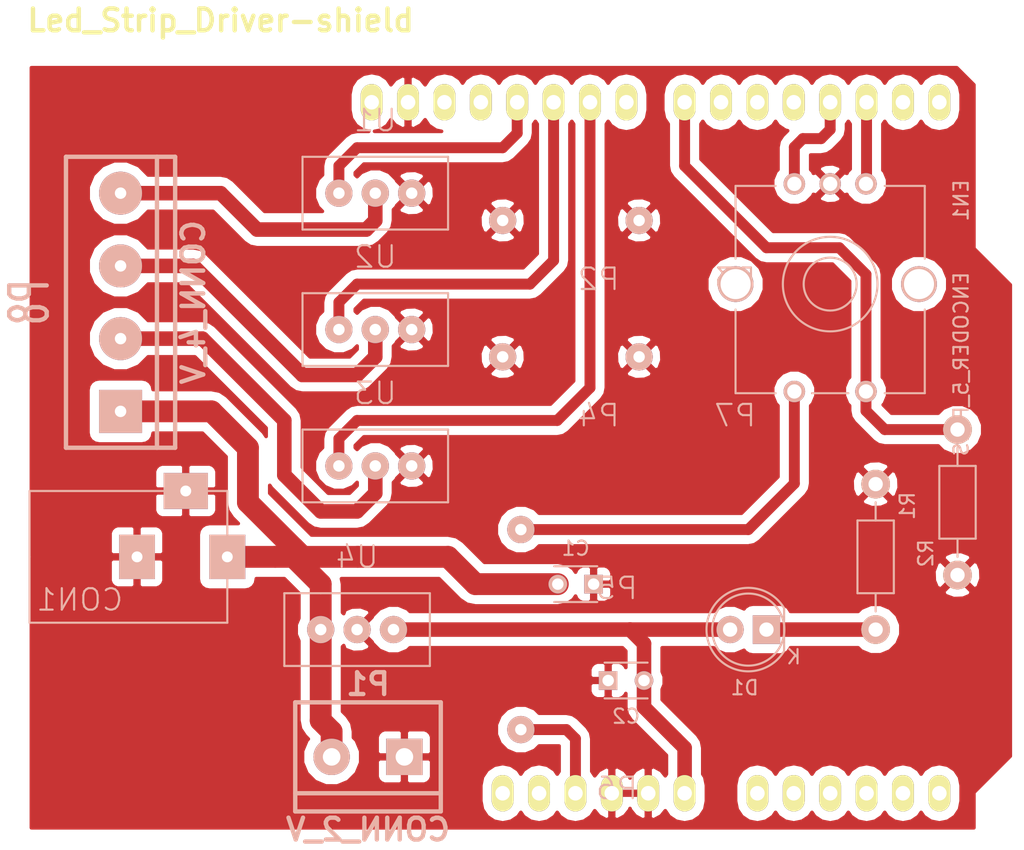
<source format=kicad_pcb>
(kicad_pcb (version 4) (host pcbnew "(2015-07-07 BZR 5906)-product")

  (general
    (links 39)
    (no_connects 1)
    (area 70.04298 45.466 144.552572 105.9942)
    (thickness 1.6)
    (drawings 0)
    (tracks 79)
    (zones 0)
    (modules 20)
    (nets 32)
  )

  (page A4)
  (layers
    (0 F.Cu signal)
    (31 B.Cu signal)
    (32 B.Adhes user)
    (33 F.Adhes user)
    (34 B.Paste user)
    (35 F.Paste user)
    (36 B.SilkS user)
    (37 F.SilkS user)
    (38 B.Mask user)
    (39 F.Mask user)
    (40 Dwgs.User user)
    (41 Cmts.User user)
    (42 Eco1.User user)
    (43 Eco2.User user)
    (44 Edge.Cuts user)
    (45 Margin user)
    (46 B.CrtYd user)
    (47 F.CrtYd user)
    (48 B.Fab user)
    (49 F.Fab user)
  )

  (setup
    (last_trace_width 0.762)
    (trace_clearance 0.635)
    (zone_clearance 0.508)
    (zone_45_only no)
    (trace_min 0.2)
    (segment_width 0.2)
    (edge_width 0.1)
    (via_size 0.6)
    (via_drill 0.4)
    (via_min_size 0.4)
    (via_min_drill 0.3)
    (uvia_size 0.3)
    (uvia_drill 0.1)
    (uvias_allowed no)
    (uvia_min_size 0)
    (uvia_min_drill 0)
    (pcb_text_width 0.3)
    (pcb_text_size 1.5 1.5)
    (mod_edge_width 0.15)
    (mod_text_size 1 1)
    (mod_text_width 0.15)
    (pad_size 3 3)
    (pad_drill 0.8)
    (pad_to_mask_clearance 0)
    (aux_axis_origin 0 0)
    (visible_elements FFFFFF3F)
    (pcbplotparams
      (layerselection 0x00030_80000001)
      (usegerberextensions false)
      (excludeedgelayer true)
      (linewidth 0.100000)
      (plotframeref false)
      (viasonmask false)
      (mode 1)
      (useauxorigin false)
      (hpglpennumber 1)
      (hpglpenspeed 20)
      (hpglpendiameter 15)
      (hpglpenoverlay 2)
      (psnegative false)
      (psa4output false)
      (plotreference true)
      (plotvalue true)
      (plotinvisibletext false)
      (padsonsilk false)
      (subtractmaskfromsilk false)
      (outputformat 1)
      (mirror false)
      (drillshape 1)
      (scaleselection 1)
      (outputdirectory ""))
  )

  (net 0 "")
  (net 1 GND)
  (net 2 +12V)
  (net 3 V5)
  (net 4 "Net-(EN1-Pad1)")
  (net 5 "Net-(EN1-Pad3)")
  (net 6 VCC)
  (net 7 R)
  (net 8 G)
  (net 9 B)
  (net 10 PBtn)
  (net 11 "Net-(SHIELD1-PadAD5)")
  (net 12 "Net-(SHIELD1-PadAD4)")
  (net 13 "Net-(SHIELD1-PadAD3)")
  (net 14 "Net-(SHIELD1-PadAD0)")
  (net 15 "Net-(SHIELD1-PadAD1)")
  (net 16 "Net-(SHIELD1-PadAD2)")
  (net 17 "Net-(SHIELD1-Pad3V3)")
  (net 18 "Net-(SHIELD1-PadRST)")
  (net 19 "Net-(SHIELD1-Pad0)")
  (net 20 "Net-(SHIELD1-Pad1)")
  (net 21 "Net-(SHIELD1-Pad4)")
  (net 22 "Net-(SHIELD1-Pad5)")
  (net 23 "Net-(SHIELD1-Pad6)")
  (net 24 "Net-(SHIELD1-Pad8)")
  (net 25 PWM_R)
  (net 26 "Net-(SHIELD1-Pad12)")
  (net 27 "Net-(SHIELD1-Pad13)")
  (net 28 "Net-(SHIELD1-PadAREF)")
  (net 29 PWM_B)
  (net 30 PWM_G)
  (net 31 "Net-(D1-Pad1)")

  (net_class Default "This is the default net class."
    (clearance 0.635)
    (trace_width 0.762)
    (via_dia 0.6)
    (via_drill 0.4)
    (uvia_dia 0.3)
    (uvia_drill 0.1)
    (add_net "Net-(EN1-Pad1)")
    (add_net "Net-(EN1-Pad3)")
    (add_net "Net-(SHIELD1-Pad0)")
    (add_net "Net-(SHIELD1-Pad1)")
    (add_net "Net-(SHIELD1-Pad12)")
    (add_net "Net-(SHIELD1-Pad13)")
    (add_net "Net-(SHIELD1-Pad3V3)")
    (add_net "Net-(SHIELD1-Pad4)")
    (add_net "Net-(SHIELD1-Pad5)")
    (add_net "Net-(SHIELD1-Pad6)")
    (add_net "Net-(SHIELD1-Pad8)")
    (add_net "Net-(SHIELD1-PadAD0)")
    (add_net "Net-(SHIELD1-PadAD1)")
    (add_net "Net-(SHIELD1-PadAD2)")
    (add_net "Net-(SHIELD1-PadAD3)")
    (add_net "Net-(SHIELD1-PadAD4)")
    (add_net "Net-(SHIELD1-PadAD5)")
    (add_net "Net-(SHIELD1-PadAREF)")
    (add_net "Net-(SHIELD1-PadRST)")
    (add_net PBtn)
    (add_net PWM_B)
    (add_net PWM_G)
    (add_net PWM_R)
    (add_net VCC)
  )

  (net_class 12 ""
    (clearance 0.635)
    (trace_width 1.524)
    (via_dia 0.6)
    (via_drill 0.4)
    (uvia_dia 0.3)
    (uvia_drill 0.1)
    (add_net +12V)
  )

  (net_class Power ""
    (clearance 0.635)
    (trace_width 1.016)
    (via_dia 0.6)
    (via_drill 0.4)
    (uvia_dia 0.3)
    (uvia_drill 0.1)
    (add_net B)
    (add_net G)
    (add_net GND)
    (add_net "Net-(D1-Pad1)")
    (add_net R)
    (add_net V5)
  )

  (module IRF3205 (layer B.Cu) (tedit 55CC6668) (tstamp 55CC61A6)
    (at 93.98 59.69)
    (path /55CB92F6)
    (fp_text reference U1 (at 2.54 -5.08) (layer B.SilkS)
      (effects (font (size 1.5 1.5) (thickness 0.15)) (justify mirror))
    )
    (fp_text value MosfetIRF (at 2.54 5.08) (layer B.Fab)
      (effects (font (size 1.5 1.5) (thickness 0.15)) (justify mirror))
    )
    (fp_line (start 7.62 -2.54) (end 7.62 2.54) (layer B.SilkS) (width 0.15))
    (fp_line (start 7.62 2.54) (end -2.54 2.54) (layer B.SilkS) (width 0.15))
    (fp_line (start -2.54 2.54) (end -2.54 -2.54) (layer B.SilkS) (width 0.15))
    (fp_line (start -2.54 -2.54) (end 0 -2.54) (layer B.SilkS) (width 0.15))
    (fp_line (start 0 -2.54) (end 7.62 -2.54) (layer B.SilkS) (width 0.15))
    (pad 1 thru_hole circle (at 0 0) (size 1.9 1.9) (drill 0.8) (layers *.Cu *.Mask B.SilkS)
      (net 25 PWM_R))
    (pad 2 thru_hole circle (at 2.54 0) (size 1.9 1.9) (drill 0.8) (layers *.Cu *.Mask B.SilkS)
      (net 7 R))
    (pad 3 thru_hole circle (at 5.08 0) (size 1.9 1.9) (drill 0.8) (layers *.Cu *.Mask B.SilkS)
      (net 1 GND))
  )

  (module LM7805 (layer B.Cu) (tedit 55CC662C) (tstamp 55CC61BB)
    (at 92.71 90.17)
    (path /558438B8)
    (fp_text reference U4 (at 2.54 -5.08) (layer B.SilkS)
      (effects (font (size 1.5 1.5) (thickness 0.15)) (justify mirror))
    )
    (fp_text value LM7805 (at 2.54 5.08) (layer B.Fab)
      (effects (font (size 1.5 1.5) (thickness 0.15)) (justify mirror))
    )
    (fp_line (start 7.62 -2.54) (end 7.62 2.54) (layer B.SilkS) (width 0.15))
    (fp_line (start 7.62 2.54) (end -2.54 2.54) (layer B.SilkS) (width 0.15))
    (fp_line (start -2.54 2.54) (end -2.54 -2.54) (layer B.SilkS) (width 0.15))
    (fp_line (start -2.54 -2.54) (end 0 -2.54) (layer B.SilkS) (width 0.15))
    (fp_line (start 0 -2.54) (end 7.62 -2.54) (layer B.SilkS) (width 0.15))
    (pad VI thru_hole circle (at 0 0) (size 1.9 1.9) (drill 0.8) (layers *.Cu *.Mask B.SilkS)
      (net 2 +12V))
    (pad GND thru_hole circle (at 2.54 0) (size 1.9 1.9) (drill 0.8) (layers *.Cu *.Mask B.SilkS)
      (net 1 GND))
    (pad VO thru_hole circle (at 5.08 0) (size 1.9 1.9) (drill 0.8) (layers *.Cu *.Mask B.SilkS)
      (net 3 V5))
  )

  (module Capacitors_ThroughHole:C_Disc_D3_P2.5 (layer B.Cu) (tedit 0) (tstamp 55CC60E0)
    (at 111.76 86.995 180)
    (descr "Capacitor 3mm Disc, Pitch 2.5mm")
    (tags Capacitor)
    (path /55843C24)
    (fp_text reference C1 (at 1.25 2.5 180) (layer B.SilkS)
      (effects (font (size 1 1) (thickness 0.15)) (justify mirror))
    )
    (fp_text value 100uF (at 1.25 -2.5 180) (layer B.Fab)
      (effects (font (size 1 1) (thickness 0.15)) (justify mirror))
    )
    (fp_line (start -0.9 1.5) (end 3.4 1.5) (layer B.CrtYd) (width 0.05))
    (fp_line (start 3.4 1.5) (end 3.4 -1.5) (layer B.CrtYd) (width 0.05))
    (fp_line (start 3.4 -1.5) (end -0.9 -1.5) (layer B.CrtYd) (width 0.05))
    (fp_line (start -0.9 -1.5) (end -0.9 1.5) (layer B.CrtYd) (width 0.05))
    (fp_line (start -0.25 1.25) (end 2.75 1.25) (layer B.SilkS) (width 0.15))
    (fp_line (start 2.75 -1.25) (end -0.25 -1.25) (layer B.SilkS) (width 0.15))
    (pad 1 thru_hole rect (at 0 0 180) (size 1.3 1.3) (drill 0.8) (layers *.Cu *.Mask B.SilkS)
      (net 1 GND))
    (pad 2 thru_hole circle (at 2.5 0 180) (size 1.3 1.3) (drill 0.8001) (layers *.Cu *.Mask B.SilkS)
      (net 2 +12V))
    (model Capacitors_ThroughHole.3dshapes/C_Disc_D3_P2.5.wrl
      (at (xyz 0.0492126 0 0))
      (scale (xyz 1 1 1))
      (rotate (xyz 0 0 0))
    )
  )

  (module Capacitors_ThroughHole:C_Disc_D3_P2.5 (layer B.Cu) (tedit 0) (tstamp 55CC60E6)
    (at 112.776 93.726)
    (descr "Capacitor 3mm Disc, Pitch 2.5mm")
    (tags Capacitor)
    (path /55843F41)
    (fp_text reference C2 (at 1.25 2.5) (layer B.SilkS)
      (effects (font (size 1 1) (thickness 0.15)) (justify mirror))
    )
    (fp_text value 10uF (at 1.25 -2.5) (layer B.Fab)
      (effects (font (size 1 1) (thickness 0.15)) (justify mirror))
    )
    (fp_line (start -0.9 1.5) (end 3.4 1.5) (layer B.CrtYd) (width 0.05))
    (fp_line (start 3.4 1.5) (end 3.4 -1.5) (layer B.CrtYd) (width 0.05))
    (fp_line (start 3.4 -1.5) (end -0.9 -1.5) (layer B.CrtYd) (width 0.05))
    (fp_line (start -0.9 -1.5) (end -0.9 1.5) (layer B.CrtYd) (width 0.05))
    (fp_line (start -0.25 1.25) (end 2.75 1.25) (layer B.SilkS) (width 0.15))
    (fp_line (start 2.75 -1.25) (end -0.25 -1.25) (layer B.SilkS) (width 0.15))
    (pad 1 thru_hole rect (at 0 0) (size 1.3 1.3) (drill 0.8) (layers *.Cu *.Mask B.SilkS)
      (net 1 GND))
    (pad 2 thru_hole circle (at 2.5 0) (size 1.3 1.3) (drill 0.8001) (layers *.Cu *.Mask B.SilkS)
      (net 3 V5))
    (model Capacitors_ThroughHole.3dshapes/C_Disc_D3_P2.5.wrl
      (at (xyz 0.0492126 0 0))
      (scale (xyz 1 1 1))
      (rotate (xyz 0 0 0))
    )
  )

  (module library:ENCODER_5_PINS (layer B.Cu) (tedit 0) (tstamp 55CC60F1)
    (at 128.27 66.04 270)
    (path /55CB78CE)
    (fp_text reference EN1 (at -5.842 -9.144 270) (layer B.SilkS)
      (effects (font (size 1 1) (thickness 0.15)) (justify mirror))
    )
    (fp_text value ENCODER_5_PINS (at 5.588 -9.144 270) (layer B.SilkS)
      (effects (font (size 1 1) (thickness 0.15)) (justify mirror))
    )
    (fp_line (start 7.62 6.604) (end 7.62 3.81) (layer B.SilkS) (width 0.15))
    (fp_line (start 7.62 -1.27) (end 7.62 1.27) (layer B.SilkS) (width 0.15))
    (fp_line (start 7.62 -3.81) (end 7.62 -6.604) (layer B.SilkS) (width 0.15))
    (fp_line (start -6.858 -6.604) (end -1.778 -6.604) (layer B.SilkS) (width 0.15))
    (fp_line (start -6.858 -3.81) (end -6.858 -6.604) (layer B.SilkS) (width 0.15))
    (fp_line (start -6.858 6.604) (end -6.858 3.81) (layer B.SilkS) (width 0.15))
    (fp_circle (center 0 0) (end -0.508 1.778) (layer B.SilkS) (width 0.15))
    (fp_circle (center 0 0) (end -1.27 3.048) (layer B.SilkS) (width 0.15))
    (fp_line (start 7.62 -6.604) (end 1.778 -6.604) (layer B.SilkS) (width 0.15))
    (fp_line (start 1.778 6.604) (end 7.62 6.604) (layer B.SilkS) (width 0.15))
    (fp_line (start -6.858 6.604) (end -1.778 6.604) (layer B.SilkS) (width 0.15))
    (pad 1 thru_hole circle (at -7 2.5 270) (size 1.5 1.5) (drill 1) (layers *.Cu *.Mask B.SilkS)
      (net 4 "Net-(EN1-Pad1)"))
    (pad 2 thru_hole circle (at -7 0 270) (size 1.5 1.5) (drill 1) (layers *.Cu *.Mask B.SilkS)
      (net 1 GND))
    (pad 3 thru_hole circle (at -7 -2.5 270) (size 1.5 1.5) (drill 1) (layers *.Cu *.Mask B.SilkS)
      (net 5 "Net-(EN1-Pad3)"))
    (pad 4 thru_hole circle (at 7.5 2.5 270) (size 1.5 1.5) (drill 1) (layers *.Cu *.Mask B.SilkS)
      (net 6 VCC))
    (pad 5 thru_hole circle (at 7.5 -2.5 270) (size 1.5 1.5) (drill 1) (layers *.Cu *.Mask B.SilkS)
      (net 10 PBtn))
    (pad "" np_thru_hole circle (at 0 6.6 270) (size 2.5 2.5) (drill 2.1) (layers *.Cu *.Mask B.SilkS))
    (pad "" np_thru_hole circle (at 0 -6.2 270) (size 2.5 2.5) (drill 2.1) (layers *.Cu *.Mask B.SilkS))
  )

  (module Resistors_ThroughHole:Resistor_Horizontal_RM10mm (layer B.Cu) (tedit 53F56209) (tstamp 55CC60FE)
    (at 137.16 81.28 270)
    (descr "Resistor, Axial,  RM 10mm, 1/3W,")
    (tags "Resistor, Axial, RM 10mm, 1/3W,")
    (path /55CB81A3)
    (fp_text reference R1 (at 0.24892 3.50012 270) (layer B.SilkS)
      (effects (font (size 1 1) (thickness 0.15)) (justify mirror))
    )
    (fp_text value 10K (at 3.81 -3.81 270) (layer B.Fab)
      (effects (font (size 1 1) (thickness 0.15)) (justify mirror))
    )
    (fp_line (start -2.54 1.27) (end 2.54 1.27) (layer B.SilkS) (width 0.15))
    (fp_line (start 2.54 1.27) (end 2.54 -1.27) (layer B.SilkS) (width 0.15))
    (fp_line (start 2.54 -1.27) (end -2.54 -1.27) (layer B.SilkS) (width 0.15))
    (fp_line (start -2.54 -1.27) (end -2.54 1.27) (layer B.SilkS) (width 0.15))
    (fp_line (start -2.54 0) (end -3.81 0) (layer B.SilkS) (width 0.15))
    (fp_line (start 2.54 0) (end 3.81 0) (layer B.SilkS) (width 0.15))
    (pad 1 thru_hole circle (at -5.08 0 270) (size 1.99898 1.99898) (drill 1.00076) (layers *.Cu *.SilkS *.Mask)
      (net 10 PBtn))
    (pad 2 thru_hole circle (at 5.08 0 270) (size 1.99898 1.99898) (drill 1.00076) (layers *.Cu *.SilkS *.Mask)
      (net 1 GND))
    (model Resistors_ThroughHole.3dshapes/Resistor_Horizontal_RM10mm.wrl
      (at (xyz 0 0 0))
      (scale (xyz 0.4 0.4 0.4))
      (rotate (xyz 0 0 0))
    )
  )

  (module arduino_shields:ARDUINO_SHIELD_2_040pins (layer F.Cu) (tedit 55CC779F) (tstamp 55CC611E)
    (at 72.39 104.14)
    (path /55CB5DD9)
    (fp_text reference Led_Strip_Driver-shield (at 13.335 -56.515) (layer F.SilkS)
      (effects (font (thickness 0.3048)))
    )
    (fp_text value ARDUINO_SHIELD (at 10.16 -54.61) (layer F.SilkS) hide
      (effects (font (thickness 0.3048)))
    )
    (fp_line (start 0 -44.45) (end 10.16 -44.45) (layer Dwgs.User) (width 0.381))
    (fp_line (start 10.16 -44.45) (end 10.16 -31.75) (layer Dwgs.User) (width 0.381))
    (fp_line (start 10.16 -31.75) (end 0 -31.75) (layer Dwgs.User) (width 0.381))
    (fp_line (start 12.7 -4.318) (end 0 -4.318) (layer Dwgs.User) (width 0.381))
    (fp_line (start 0 -12.7) (end 12.7 -12.7) (layer Dwgs.User) (width 0.381))
    (fp_line (start 12.7 -12.7) (end 12.7 -4.572) (layer Dwgs.User) (width 0.381))
    (fp_circle (center 13.97 -2.54) (end 16.002 -1.524) (layer Dwgs.User) (width 0.381))
    (fp_circle (center 15.24 -50.8) (end 16.764 -49.276) (layer Dwgs.User) (width 0.381))
    (fp_circle (center 66.04 -7.62) (end 67.31 -6.096) (layer Dwgs.User) (width 0.381))
    (fp_circle (center 66.04 -35.56) (end 67.31 -34.036) (layer Dwgs.User) (width 0.381))
    (fp_line (start 66.04 -40.64) (end 66.04 -52.07) (layer Dwgs.User) (width 0.381))
    (fp_line (start 66.04 -52.07) (end 64.77 -53.34) (layer Dwgs.User) (width 0.381))
    (fp_line (start 64.77 -53.34) (end 0 -53.34) (layer Dwgs.User) (width 0.381))
    (fp_line (start 66.04 0) (end 0 0) (layer Dwgs.User) (width 0.381))
    (fp_line (start 0 0) (end 0 -53.34) (layer Dwgs.User) (width 0.381))
    (fp_line (start 66.04 -40.64) (end 68.58 -38.1) (layer Dwgs.User) (width 0.381))
    (fp_line (start 68.58 -38.1) (end 68.58 -5.08) (layer Dwgs.User) (width 0.381))
    (fp_line (start 68.58 -5.08) (end 66.04 -2.54) (layer Dwgs.User) (width 0.381))
    (fp_line (start 66.04 -2.54) (end 66.04 0) (layer Dwgs.User) (width 0.381))
    (pad AD5 thru_hole oval (at 63.5 -2.54 90) (size 2.54 1.524) (drill 1.016) (layers *.Cu *.Mask F.SilkS)
      (net 11 "Net-(SHIELD1-PadAD5)"))
    (pad AD4 thru_hole oval (at 60.96 -2.54 90) (size 2.54 1.524) (drill 1.016) (layers *.Cu *.Mask F.SilkS)
      (net 12 "Net-(SHIELD1-PadAD4)"))
    (pad AD3 thru_hole oval (at 58.42 -2.54 90) (size 2.54 1.524) (drill 1.016) (layers *.Cu *.Mask F.SilkS)
      (net 13 "Net-(SHIELD1-PadAD3)"))
    (pad AD0 thru_hole oval (at 50.8 -2.54 90) (size 2.54 1.524) (drill 1.016) (layers *.Cu *.Mask F.SilkS)
      (net 14 "Net-(SHIELD1-PadAD0)"))
    (pad AD1 thru_hole oval (at 53.34 -2.54 90) (size 2.54 1.524) (drill 1.016) (layers *.Cu *.Mask F.SilkS)
      (net 15 "Net-(SHIELD1-PadAD1)"))
    (pad AD2 thru_hole oval (at 55.88 -2.54 90) (size 2.54 1.524) (drill 1.016) (layers *.Cu *.Mask F.SilkS)
      (net 16 "Net-(SHIELD1-PadAD2)"))
    (pad V_IN thru_hole oval (at 45.72 -2.54 90) (size 2.54 1.524) (drill 1.016) (layers *.Cu *.Mask F.SilkS)
      (net 3 V5))
    (pad GND2 thru_hole oval (at 43.18 -2.54 90) (size 2.54 1.524) (drill 1.016) (layers *.Cu *.Mask F.SilkS)
      (net 1 GND))
    (pad GND1 thru_hole oval (at 40.64 -2.54 90) (size 2.54 1.524) (drill 1.016) (layers *.Cu *.Mask F.SilkS)
      (net 1 GND))
    (pad 3V3 thru_hole oval (at 35.56 -2.54 90) (size 2.54 1.524) (drill 1.016) (layers *.Cu *.Mask F.SilkS)
      (net 17 "Net-(SHIELD1-Pad3V3)"))
    (pad RST thru_hole oval (at 33.02 -2.54 90) (size 2.54 1.524) (drill 1.016) (layers *.Cu *.Mask F.SilkS)
      (net 18 "Net-(SHIELD1-PadRST)"))
    (pad 0 thru_hole oval (at 63.5 -50.8 90) (size 2.54 1.524) (drill 1.016) (layers *.Cu *.Mask F.SilkS)
      (net 19 "Net-(SHIELD1-Pad0)"))
    (pad 1 thru_hole oval (at 60.96 -50.8 90) (size 2.54 1.524) (drill 1.016) (layers *.Cu *.Mask F.SilkS)
      (net 20 "Net-(SHIELD1-Pad1)"))
    (pad 2 thru_hole oval (at 58.42 -50.8 90) (size 2.54 1.524) (drill 1.016) (layers *.Cu *.Mask F.SilkS)
      (net 5 "Net-(EN1-Pad3)"))
    (pad 3 thru_hole oval (at 55.88 -50.8 90) (size 2.54 1.524) (drill 1.016) (layers *.Cu *.Mask F.SilkS)
      (net 4 "Net-(EN1-Pad1)"))
    (pad 4 thru_hole oval (at 53.34 -50.8 90) (size 2.54 1.524) (drill 1.016) (layers *.Cu *.Mask F.SilkS)
      (net 21 "Net-(SHIELD1-Pad4)"))
    (pad 5 thru_hole oval (at 50.8 -50.8 90) (size 2.54 1.524) (drill 1.016) (layers *.Cu *.Mask F.SilkS)
      (net 22 "Net-(SHIELD1-Pad5)"))
    (pad 6 thru_hole oval (at 48.26 -50.8 90) (size 2.54 1.524) (drill 1.016) (layers *.Cu *.Mask F.SilkS)
      (net 23 "Net-(SHIELD1-Pad6)"))
    (pad 7 thru_hole oval (at 45.72 -50.8 90) (size 2.54 1.524) (drill 1.016) (layers *.Cu *.Mask F.SilkS)
      (net 10 PBtn))
    (pad 8 thru_hole oval (at 41.656 -50.8 90) (size 2.54 1.524) (drill 1.016) (layers *.Cu *.Mask F.SilkS)
      (net 24 "Net-(SHIELD1-Pad8)"))
    (pad 9 thru_hole oval (at 39.116 -50.8 90) (size 2.54 1.524) (drill 1.016) (layers *.Cu *.Mask F.SilkS)
      (net 29 PWM_B))
    (pad 10 thru_hole oval (at 36.576 -50.8 90) (size 2.54 1.524) (drill 1.016) (layers *.Cu *.Mask F.SilkS)
      (net 30 PWM_G))
    (pad 11 thru_hole oval (at 34.036 -50.8 90) (size 2.54 1.524) (drill 1.016) (layers *.Cu *.Mask F.SilkS)
      (net 25 PWM_R))
    (pad 12 thru_hole oval (at 31.496 -50.8 90) (size 2.54 1.524) (drill 1.016) (layers *.Cu *.Mask F.SilkS)
      (net 26 "Net-(SHIELD1-Pad12)"))
    (pad 13 thru_hole oval (at 28.956 -50.8 90) (size 2.54 1.524) (drill 1.016) (layers *.Cu *.Mask F.SilkS)
      (net 27 "Net-(SHIELD1-Pad13)"))
    (pad GND3 thru_hole oval (at 26.416 -50.8 90) (size 2.54 1.524) (drill 1.016) (layers *.Cu *.Mask F.SilkS)
      (net 1 GND))
    (pad AREF thru_hole oval (at 23.876 -50.8 90) (size 2.54 1.524) (drill 1.016) (layers *.Cu *.Mask F.SilkS)
      (net 28 "Net-(SHIELD1-PadAREF)"))
    (pad 5V thru_hole oval (at 38.1 -2.54 90) (size 2.54 1.524) (drill 1.016) (layers *.Cu *.Mask F.SilkS)
      (net 6 VCC))
  )

  (module library:BARREL_JACK (layer B.Cu) (tedit 55CC60A8) (tstamp 55CC6199)
    (at 72.39 85.09)
    (path /55CBA35B)
    (fp_text reference CON1 (at 3.5 3) (layer B.SilkS)
      (effects (font (size 1.5 1.5) (thickness 0.15)) (justify mirror))
    )
    (fp_text value BARREL_JACK (at 6.8 6.1) (layer B.Fab)
      (effects (font (size 1.5 1.5) (thickness 0.15)) (justify mirror))
    )
    (fp_line (start 0 0) (end 0 -4.6) (layer B.SilkS) (width 0.15))
    (fp_line (start 0 -4.6) (end 13.8 -4.6) (layer B.SilkS) (width 0.15))
    (fp_line (start 13.8 -4.6) (end 13.8 0) (layer B.SilkS) (width 0.15))
    (fp_line (start 13.8 0) (end 13.8 4.6) (layer B.SilkS) (width 0.15))
    (fp_line (start 13.8 4.6) (end 0 4.6) (layer B.SilkS) (width 0.15))
    (fp_line (start 0 4.6) (end 0 0) (layer B.SilkS) (width 0.15))
    (pad 2 thru_hole rect (at 7.5 0) (size 2.5 3.1) (drill 0.762) (layers *.Cu *.Mask B.SilkS)
      (net 1 GND))
    (pad 3 thru_hole rect (at 10.9 -4.6) (size 3.1 2.5) (drill 0.762) (layers *.Cu *.Mask B.SilkS)
      (net 1 GND))
    (pad 1 thru_hole rect (at 13.8 0) (size 2.5 3.1) (drill 0.762) (layers *.Cu *.Mask B.SilkS)
      (net 2 +12V))
  )

  (module borniers:bornier2_V (layer B.Cu) (tedit 49E32BBC) (tstamp 55CC619F)
    (at 96.012 99.06 180)
    (descr "Bornier d'alimentation 2 pins")
    (tags DEV)
    (path /55CC5E0B)
    (fp_text reference P1 (at 0 5.08 180) (layer B.SilkS)
      (effects (font (thickness 0.3048)) (justify mirror))
    )
    (fp_text value CONN_2_V (at 0 -5.08 180) (layer B.SilkS)
      (effects (font (thickness 0.3048)) (justify mirror))
    )
    (fp_line (start 5.08 -2.54) (end -5.08 -2.54) (layer B.SilkS) (width 0.3048))
    (fp_line (start 5.08 -3.81) (end 5.08 3.81) (layer B.SilkS) (width 0.3048))
    (fp_line (start 5.08 3.81) (end -5.08 3.81) (layer B.SilkS) (width 0.3048))
    (fp_line (start -5.08 3.81) (end -5.08 -3.81) (layer B.SilkS) (width 0.3048))
    (fp_line (start -5.08 -3.81) (end 5.08 -3.81) (layer B.SilkS) (width 0.3048))
    (pad 1 thru_hole rect (at -2.54 0 180) (size 2.54 2.54) (drill 1.22428) (layers *.Cu *.Mask B.SilkS)
      (net 1 GND))
    (pad 2 thru_hole circle (at 2.54 0 180) (size 2.54 2.54) (drill 1.22428) (layers *.Cu *.Mask B.SilkS)
      (net 2 +12V))
    (model borniers/bornier_2.wrl
      (at (xyz 0 0 0))
      (scale (xyz 1 1 1))
      (rotate (xyz 0 0 0))
    )
  )

  (module library:IRF3205 (layer B.Cu) (tedit 55CC66D9) (tstamp 55CC66CB)
    (at 93.98 69.215)
    (path /55CBA0A7)
    (fp_text reference U2 (at 2.54 -5.08) (layer B.SilkS)
      (effects (font (size 1.5 1.5) (thickness 0.15)) (justify mirror))
    )
    (fp_text value MosfetIRF (at 2.54 5.08) (layer B.Fab)
      (effects (font (size 1.5 1.5) (thickness 0.15)) (justify mirror))
    )
    (fp_line (start 7.62 -2.54) (end 7.62 2.54) (layer B.SilkS) (width 0.15))
    (fp_line (start 7.62 2.54) (end -2.54 2.54) (layer B.SilkS) (width 0.15))
    (fp_line (start -2.54 2.54) (end -2.54 -2.54) (layer B.SilkS) (width 0.15))
    (fp_line (start -2.54 -2.54) (end 0 -2.54) (layer B.SilkS) (width 0.15))
    (fp_line (start 0 -2.54) (end 7.62 -2.54) (layer B.SilkS) (width 0.15))
    (pad 1 thru_hole circle (at 0 0) (size 1.9 1.9) (drill 0.8) (layers *.Cu *.Mask B.SilkS)
      (net 30 PWM_G))
    (pad 2 thru_hole circle (at 2.54 0) (size 1.9 1.9) (drill 0.8) (layers *.Cu *.Mask B.SilkS)
      (net 8 G))
    (pad 3 thru_hole circle (at 5.08 0) (size 1.9 1.9) (drill 0.8) (layers *.Cu *.Mask B.SilkS)
      (net 1 GND))
  )

  (module library:IRF3205 (layer B.Cu) (tedit 55CC6668) (tstamp 55CC66D2)
    (at 93.98 78.74)
    (path /55CBA176)
    (fp_text reference U3 (at 2.54 -5.08) (layer B.SilkS)
      (effects (font (size 1.5 1.5) (thickness 0.15)) (justify mirror))
    )
    (fp_text value MosfetIRF (at 2.54 5.08) (layer B.Fab)
      (effects (font (size 1.5 1.5) (thickness 0.15)) (justify mirror))
    )
    (fp_line (start 7.62 -2.54) (end 7.62 2.54) (layer B.SilkS) (width 0.15))
    (fp_line (start 7.62 2.54) (end -2.54 2.54) (layer B.SilkS) (width 0.15))
    (fp_line (start -2.54 2.54) (end -2.54 -2.54) (layer B.SilkS) (width 0.15))
    (fp_line (start -2.54 -2.54) (end 0 -2.54) (layer B.SilkS) (width 0.15))
    (fp_line (start 0 -2.54) (end 7.62 -2.54) (layer B.SilkS) (width 0.15))
    (pad 1 thru_hole circle (at 0 0) (size 1.9 1.9) (drill 0.8) (layers *.Cu *.Mask B.SilkS)
      (net 29 PWM_B))
    (pad 2 thru_hole circle (at 2.54 0) (size 1.9 1.9) (drill 0.8) (layers *.Cu *.Mask B.SilkS)
      (net 9 B))
    (pad 3 thru_hole circle (at 5.08 0) (size 1.9 1.9) (drill 0.8) (layers *.Cu *.Mask B.SilkS)
      (net 1 GND))
  )

  (module library:header1x01 (layer B.Cu) (tedit 55CC6CFB) (tstamp 55CC6DD1)
    (at 105.41 61.595)
    (path /55CC9690)
    (fp_text reference P2 (at 6.7 4.1) (layer B.SilkS)
      (effects (font (size 1.5 1.5) (thickness 0.15)) (justify mirror))
    )
    (fp_text value CONN_01X01 (at 0 4.1) (layer B.Fab)
      (effects (font (size 1.5 1.5) (thickness 0.15)) (justify mirror))
    )
    (pad 1 thru_hole circle (at 0 0) (size 1.9 1.9) (drill 0.8) (layers *.Cu *.Mask B.SilkS)
      (net 1 GND))
  )

  (module library:header1x01 (layer B.Cu) (tedit 55CC6CFB) (tstamp 55CC6DD6)
    (at 114.935 61.595)
    (path /55CC9A94)
    (fp_text reference P3 (at 6.7 4.1) (layer B.SilkS)
      (effects (font (size 1.5 1.5) (thickness 0.15)) (justify mirror))
    )
    (fp_text value CONN_01X01 (at 0 4.1) (layer B.Fab)
      (effects (font (size 1.5 1.5) (thickness 0.15)) (justify mirror))
    )
    (pad 1 thru_hole circle (at 0 0) (size 1.9 1.9) (drill 0.8) (layers *.Cu *.Mask B.SilkS)
      (net 1 GND))
  )

  (module library:header1x01 (layer B.Cu) (tedit 55CC6CFB) (tstamp 55CC6DDB)
    (at 105.41 71.12)
    (path /55CC9A8E)
    (fp_text reference P4 (at 6.7 4.1) (layer B.SilkS)
      (effects (font (size 1.5 1.5) (thickness 0.15)) (justify mirror))
    )
    (fp_text value CONN_01X01 (at 0 4.1) (layer B.Fab)
      (effects (font (size 1.5 1.5) (thickness 0.15)) (justify mirror))
    )
    (pad 1 thru_hole circle (at 0 0) (size 1.9 1.9) (drill 0.8) (layers *.Cu *.Mask B.SilkS)
      (net 1 GND))
  )

  (module library:header1x01 (layer B.Cu) (tedit 55CC6CFB) (tstamp 55CC6DE0)
    (at 106.68 83.185)
    (path /55CC9B24)
    (fp_text reference P5 (at 6.7 4.1) (layer B.SilkS)
      (effects (font (size 1.5 1.5) (thickness 0.15)) (justify mirror))
    )
    (fp_text value CONN_01X01 (at 0 4.1) (layer B.Fab)
      (effects (font (size 1.5 1.5) (thickness 0.15)) (justify mirror))
    )
    (pad 1 thru_hole circle (at 0 0) (size 1.9 1.9) (drill 0.8) (layers *.Cu *.Mask B.SilkS)
      (net 6 VCC))
  )

  (module library:header1x01 (layer B.Cu) (tedit 55CC6CFB) (tstamp 55CC6DE5)
    (at 106.68 97.155)
    (path /55CC9B1E)
    (fp_text reference P6 (at 6.7 4.1) (layer B.SilkS)
      (effects (font (size 1.5 1.5) (thickness 0.15)) (justify mirror))
    )
    (fp_text value CONN_01X01 (at 0 4.1) (layer B.Fab)
      (effects (font (size 1.5 1.5) (thickness 0.15)) (justify mirror))
    )
    (pad 1 thru_hole circle (at 0 0) (size 1.9 1.9) (drill 0.8) (layers *.Cu *.Mask B.SilkS)
      (net 6 VCC))
  )

  (module library:header1x01 (layer B.Cu) (tedit 55CC6CFB) (tstamp 55CC6DEA)
    (at 114.935 71.12)
    (path /55CC96FF)
    (fp_text reference P7 (at 6.7 4.1) (layer B.SilkS)
      (effects (font (size 1.5 1.5) (thickness 0.15)) (justify mirror))
    )
    (fp_text value CONN_01X01 (at 0 4.1) (layer B.Fab)
      (effects (font (size 1.5 1.5) (thickness 0.15)) (justify mirror))
    )
    (pad 1 thru_hole circle (at 0 0) (size 1.9 1.9) (drill 0.8) (layers *.Cu *.Mask B.SilkS)
      (net 1 GND))
  )

  (module borniers:bornier4_V (layer B.Cu) (tedit 55CC7520) (tstamp 55CC73AA)
    (at 78.74 67.31 270)
    (descr "Bornier d'alimentation 4 pins")
    (tags DEV)
    (path /55CCAB7C)
    (fp_text reference P8 (at 0 6.35 270) (layer B.SilkS)
      (effects (font (size 2.6162 1.59766) (thickness 0.3048)) (justify mirror))
    )
    (fp_text value CONN_4_V (at 0 -5.08 270) (layer B.SilkS)
      (effects (font (thickness 0.3048)) (justify mirror))
    )
    (fp_line (start -10.16 3.81) (end -10.16 -3.81) (layer B.SilkS) (width 0.3048))
    (fp_line (start 10.16 -3.81) (end 10.16 3.81) (layer B.SilkS) (width 0.3048))
    (fp_line (start 10.16 -2.54) (end -10.16 -2.54) (layer B.SilkS) (width 0.3048))
    (fp_line (start -10.16 3.81) (end 10.16 3.81) (layer B.SilkS) (width 0.3048))
    (fp_line (start -10.16 -3.81) (end 10.16 -3.81) (layer B.SilkS) (width 0.3048))
    (pad 2 thru_hole circle (at -2.54 0 270) (size 3 3) (drill 0.8) (layers *.Cu *.Mask B.SilkS)
      (net 8 G))
    (pad 3 thru_hole circle (at 2.54 0 270) (size 3 3) (drill 0.8) (layers *.Cu *.Mask B.SilkS)
      (net 9 B))
    (pad 1 thru_hole circle (at -7.62 0 270) (size 3 3) (drill 0.8) (layers *.Cu *.Mask B.SilkS)
      (net 7 R))
    (pad 4 thru_hole rect (at 7.62 0 270) (size 3 3) (drill 0.8) (layers *.Cu *.Mask B.SilkS)
      (net 2 +12V))
    (model borniers/bornier_4.wrl
      (at (xyz 0 0 0))
      (scale (xyz 1 1 1))
      (rotate (xyz 0 0 0))
    )
  )

  (module LEDs:LED-5MM (layer B.Cu) (tedit 5570F7EA) (tstamp 55CC7721)
    (at 123.825 90.17 180)
    (descr "LED 5mm round vertical")
    (tags "LED 5mm round vertical")
    (path /55CC841D)
    (fp_text reference D1 (at 1.524 -4.064 180) (layer B.SilkS)
      (effects (font (size 1 1) (thickness 0.15)) (justify mirror))
    )
    (fp_text value PWR (at 1.524 3.937 180) (layer B.Fab)
      (effects (font (size 1 1) (thickness 0.15)) (justify mirror))
    )
    (fp_line (start -1.5 1.55) (end -1.5 -1.55) (layer B.CrtYd) (width 0.05))
    (fp_arc (start 1.3 0) (end -1.5 -1.55) (angle 302) (layer B.CrtYd) (width 0.05))
    (fp_arc (start 1.27 0) (end -1.23 1.5) (angle -297.5) (layer B.SilkS) (width 0.15))
    (fp_line (start -1.23 -1.5) (end -1.23 1.5) (layer B.SilkS) (width 0.15))
    (fp_circle (center 1.27 0) (end 0.97 2.5) (layer B.SilkS) (width 0.15))
    (fp_text user K (at -1.905 -1.905 180) (layer B.SilkS)
      (effects (font (size 1 1) (thickness 0.15)) (justify mirror))
    )
    (pad 1 thru_hole rect (at 0 0 90) (size 2 1.9) (drill 1.00076) (layers *.Cu *.Mask B.SilkS)
      (net 31 "Net-(D1-Pad1)"))
    (pad 2 thru_hole circle (at 2.54 0 180) (size 1.9 1.9) (drill 1.00076) (layers *.Cu *.Mask B.SilkS)
      (net 3 V5))
    (model LEDs.3dshapes/LED-5MM.wrl
      (at (xyz 0.05 0 0))
      (scale (xyz 1 1 1))
      (rotate (xyz 0 0 90))
    )
  )

  (module Resistors_ThroughHole:Resistor_Horizontal_RM10mm (layer B.Cu) (tedit 53F56209) (tstamp 55CC7727)
    (at 131.445 85.09 90)
    (descr "Resistor, Axial,  RM 10mm, 1/3W,")
    (tags "Resistor, Axial, RM 10mm, 1/3W,")
    (path /55CC852C)
    (fp_text reference R2 (at 0.24892 3.50012 90) (layer B.SilkS)
      (effects (font (size 1 1) (thickness 0.15)) (justify mirror))
    )
    (fp_text value 330 (at 3.81 -3.81 90) (layer B.Fab)
      (effects (font (size 1 1) (thickness 0.15)) (justify mirror))
    )
    (fp_line (start -2.54 1.27) (end 2.54 1.27) (layer B.SilkS) (width 0.15))
    (fp_line (start 2.54 1.27) (end 2.54 -1.27) (layer B.SilkS) (width 0.15))
    (fp_line (start 2.54 -1.27) (end -2.54 -1.27) (layer B.SilkS) (width 0.15))
    (fp_line (start -2.54 -1.27) (end -2.54 1.27) (layer B.SilkS) (width 0.15))
    (fp_line (start -2.54 0) (end -3.81 0) (layer B.SilkS) (width 0.15))
    (fp_line (start 2.54 0) (end 3.81 0) (layer B.SilkS) (width 0.15))
    (pad 1 thru_hole circle (at -5.08 0 90) (size 1.99898 1.99898) (drill 1.00076) (layers *.Cu *.SilkS *.Mask)
      (net 31 "Net-(D1-Pad1)"))
    (pad 2 thru_hole circle (at 5.08 0 90) (size 1.99898 1.99898) (drill 1.00076) (layers *.Cu *.SilkS *.Mask)
      (net 1 GND))
    (model Resistors_ThroughHole.3dshapes/Resistor_Horizontal_RM10mm.wrl
      (at (xyz 0 0 0))
      (scale (xyz 0.4 0.4 0.4))
      (rotate (xyz 0 0 0))
    )
  )

  (segment (start 109.26 86.995) (end 103.505 86.995) (width 1.524) (layer F.Cu) (net 2) (status 400000))
  (segment (start 95.29 85.09) (end 90.805 85.09) (width 1.524) (layer F.Cu) (net 2) (tstamp 55CC748D))
  (segment (start 101.6 85.09) (end 95.29 85.09) (width 1.524) (layer F.Cu) (net 2) (tstamp 55D19F91))
  (segment (start 103.505 86.995) (end 101.6 85.09) (width 1.524) (layer F.Cu) (net 2) (tstamp 55D19F8F))
  (segment (start 92.71 90.17) (end 92.71 86.995) (width 1.524) (layer F.Cu) (net 2))
  (segment (start 92.71 86.995) (end 90.805 85.09) (width 1.524) (layer F.Cu) (net 2) (tstamp 55CC7491))
  (segment (start 78.74 74.93) (end 85.09 74.93) (width 1.524) (layer F.Cu) (net 2))
  (segment (start 85.09 74.93) (end 87.63 77.47) (width 1.524) (layer F.Cu) (net 2) (tstamp 55CC747F))
  (segment (start 87.63 77.47) (end 87.63 81.28) (width 1.524) (layer F.Cu) (net 2) (tstamp 55CC7481))
  (segment (start 87.63 81.28) (end 91.44 85.09) (width 1.524) (layer F.Cu) (net 2) (tstamp 55CC7483))
  (segment (start 91.44 85.09) (end 90.805 84.455) (width 1.524) (layer F.Cu) (net 2) (tstamp 55CC7489))
  (segment (start 90.805 84.455) (end 90.805 85.09) (width 1.524) (layer F.Cu) (net 2) (tstamp 55CC748C))
  (segment (start 89.535 85.09) (end 90.805 85.09) (width 1.524) (layer F.Cu) (net 2))
  (segment (start 89.535 85.09) (end 86.19 85.09) (width 1.524) (layer F.Cu) (net 2) (tstamp 55CC695D))
  (segment (start 92.71 90.17) (end 92.71 96.52) (width 1.524) (layer F.Cu) (net 2))
  (segment (start 93.472 97.282) (end 93.472 99.06) (width 1.524) (layer F.Cu) (net 2) (tstamp 55CC6986))
  (segment (start 92.71 96.52) (end 93.472 97.282) (width 1.524) (layer F.Cu) (net 2) (tstamp 55CC6984))
  (segment (start 121.285 90.17) (end 114.3 90.17) (width 1.016) (layer F.Cu) (net 3))
  (segment (start 97.79 90.17) (end 114.3 90.17) (width 1.016) (layer F.Cu) (net 3))
  (segment (start 115.276 91.146) (end 115.276 93.726) (width 1.016) (layer F.Cu) (net 3) (tstamp 55CC6B30))
  (segment (start 114.3 90.17) (end 115.276 91.146) (width 1.016) (layer F.Cu) (net 3) (tstamp 55CC6B2F))
  (segment (start 115.276 93.726) (end 115.276 95.591) (width 1.016) (layer F.Cu) (net 3))
  (segment (start 118.11 98.425) (end 118.11 101.6) (width 1.016) (layer F.Cu) (net 3) (tstamp 55CC6946))
  (segment (start 115.276 95.591) (end 117.475 97.79) (width 1.016) (layer F.Cu) (net 3) (tstamp 55CC6945))
  (segment (start 117.475 97.79) (end 118.11 98.425) (width 1.016) (layer F.Cu) (net 3) (tstamp 55CC69D0))
  (segment (start 128.27 53.34) (end 128.27 55.245) (width 0.762) (layer F.Cu) (net 4))
  (segment (start 125.77 56.475) (end 125.77 59.04) (width 0.762) (layer F.Cu) (net 4) (tstamp 55CC6822))
  (segment (start 126.365 55.88) (end 125.77 56.475) (width 0.762) (layer F.Cu) (net 4) (tstamp 55CC6821))
  (segment (start 127.635 55.88) (end 126.365 55.88) (width 0.762) (layer F.Cu) (net 4) (tstamp 55CC6820))
  (segment (start 128.27 55.245) (end 127.635 55.88) (width 0.762) (layer F.Cu) (net 4) (tstamp 55CC681F))
  (segment (start 130.81 53.34) (end 130.81 59) (width 0.762) (layer F.Cu) (net 5))
  (segment (start 130.81 59) (end 130.77 59.04) (width 0.762) (layer F.Cu) (net 5) (tstamp 55CC6825))
  (segment (start 122.555 83.185) (end 106.68 83.185) (width 0.762) (layer F.Cu) (net 6) (tstamp 55CC6E16))
  (segment (start 125.77 79.97) (end 122.555 83.185) (width 0.762) (layer F.Cu) (net 6) (tstamp 55CC6E14))
  (segment (start 106.68 97.155) (end 109.855 97.155) (width 0.762) (layer F.Cu) (net 6))
  (segment (start 110.49 97.79) (end 110.49 101.6) (width 0.762) (layer F.Cu) (net 6) (tstamp 55CC6E1B))
  (segment (start 109.855 97.155) (end 110.49 97.79) (width 0.762) (layer F.Cu) (net 6) (tstamp 55CC6E1A))
  (segment (start 125.77 73.54) (end 125.77 79.97) (width 0.762) (layer F.Cu) (net 6))
  (segment (start 96.52 59.69) (end 96.52 61.595) (width 1.016) (layer F.Cu) (net 7))
  (segment (start 85.725 59.69) (end 78.74 59.69) (width 1.016) (layer F.Cu) (net 7) (tstamp 55CC7460))
  (segment (start 88.265 62.23) (end 85.725 59.69) (width 1.016) (layer F.Cu) (net 7) (tstamp 55CC745F))
  (segment (start 95.885 62.23) (end 88.265 62.23) (width 1.016) (layer F.Cu) (net 7) (tstamp 55CC745D))
  (segment (start 96.52 61.595) (end 95.885 62.23) (width 1.016) (layer F.Cu) (net 7) (tstamp 55CC745C))
  (segment (start 96.52 69.215) (end 96.52 71.12) (width 1.016) (layer F.Cu) (net 8))
  (segment (start 83.82 64.77) (end 78.74 64.77) (width 1.016) (layer F.Cu) (net 8) (tstamp 55CC746C))
  (segment (start 91.44 72.39) (end 83.82 64.77) (width 1.016) (layer F.Cu) (net 8) (tstamp 55CC746B))
  (segment (start 95.25 72.39) (end 91.44 72.39) (width 1.016) (layer F.Cu) (net 8) (tstamp 55CC746A))
  (segment (start 96.52 71.12) (end 95.25 72.39) (width 1.016) (layer F.Cu) (net 8) (tstamp 55CC7469))
  (segment (start 96.52 78.74) (end 96.52 80.645) (width 1.016) (layer F.Cu) (net 9))
  (segment (start 84.455 69.85) (end 78.74 69.85) (width 1.016) (layer F.Cu) (net 9) (tstamp 55CC747B))
  (segment (start 90.17 75.565) (end 84.455 69.85) (width 1.016) (layer F.Cu) (net 9) (tstamp 55CC7479))
  (segment (start 90.17 79.375) (end 90.17 75.565) (width 1.016) (layer F.Cu) (net 9) (tstamp 55CC7478))
  (segment (start 92.71 81.915) (end 90.17 79.375) (width 1.016) (layer F.Cu) (net 9) (tstamp 55CC7476))
  (segment (start 95.25 81.915) (end 92.71 81.915) (width 1.016) (layer F.Cu) (net 9) (tstamp 55CC7475))
  (segment (start 96.52 80.645) (end 95.25 81.915) (width 1.016) (layer F.Cu) (net 9) (tstamp 55CC7471))
  (segment (start 130.77 73.54) (end 130.77 74.89) (width 0.762) (layer F.Cu) (net 10))
  (segment (start 132.08 76.2) (end 137.16 76.2) (width 0.762) (layer F.Cu) (net 10) (tstamp 55CC6841))
  (segment (start 130.77 74.89) (end 132.08 76.2) (width 0.762) (layer F.Cu) (net 10) (tstamp 55CC6840))
  (segment (start 118.11 53.34) (end 118.11 57.785) (width 0.762) (layer F.Cu) (net 10))
  (segment (start 130.77 65.365) (end 130.77 73.54) (width 0.762) (layer F.Cu) (net 10) (tstamp 55CC6838))
  (segment (start 128.905 63.5) (end 130.77 65.365) (width 0.762) (layer F.Cu) (net 10) (tstamp 55CC6837))
  (segment (start 123.825 63.5) (end 128.905 63.5) (width 0.762) (layer F.Cu) (net 10) (tstamp 55CC6835))
  (segment (start 118.11 57.785) (end 123.825 63.5) (width 0.762) (layer F.Cu) (net 10) (tstamp 55CC6832))
  (segment (start 106.426 53.34) (end 106.426 55.499) (width 0.762) (layer F.Cu) (net 25))
  (segment (start 93.98 57.785) (end 93.98 59.69) (width 0.762) (layer F.Cu) (net 25) (tstamp 55CC68A7))
  (segment (start 95.25 56.515) (end 93.98 57.785) (width 0.762) (layer F.Cu) (net 25) (tstamp 55CC68A6))
  (segment (start 105.41 56.515) (end 95.25 56.515) (width 0.762) (layer F.Cu) (net 25) (tstamp 55CC68A5))
  (segment (start 106.426 55.499) (end 105.41 56.515) (width 0.762) (layer F.Cu) (net 25) (tstamp 55CC68A4))
  (segment (start 111.506 53.34) (end 111.506 73.279) (width 0.762) (layer F.Cu) (net 29))
  (segment (start 93.98 76.835) (end 93.98 78.74) (width 0.762) (layer F.Cu) (net 29) (tstamp 55CC6AC3))
  (segment (start 95.25 75.565) (end 93.98 76.835) (width 0.762) (layer F.Cu) (net 29) (tstamp 55CC6AC2))
  (segment (start 109.22 75.565) (end 95.25 75.565) (width 0.762) (layer F.Cu) (net 29) (tstamp 55CC6AC1))
  (segment (start 111.506 73.279) (end 109.22 75.565) (width 0.762) (layer F.Cu) (net 29) (tstamp 55CC6AC0))
  (segment (start 93.98 69.215) (end 93.98 67.31) (width 0.762) (layer F.Cu) (net 30))
  (segment (start 108.966 64.389) (end 108.966 53.34) (width 0.762) (layer F.Cu) (net 30) (tstamp 55CC6A8B))
  (segment (start 107.315 66.04) (end 108.966 64.389) (width 0.762) (layer F.Cu) (net 30) (tstamp 55CC6A88))
  (segment (start 95.25 66.04) (end 107.315 66.04) (width 0.762) (layer F.Cu) (net 30) (tstamp 55CC6A86))
  (segment (start 93.98 67.31) (end 95.25 66.04) (width 0.762) (layer F.Cu) (net 30) (tstamp 55CC6A85))
  (segment (start 123.825 90.17) (end 131.445 90.17) (width 1.016) (layer F.Cu) (net 31))

  (zone (net 1) (net_name GND) (layer F.Cu) (tstamp 55CC6A04) (hatch edge 0.508)
    (connect_pads (clearance 0.508))
    (min_thickness 0.254)
    (fill yes (arc_segments 16) (thermal_gap 0.508) (thermal_bridge_width 0.508))
    (polygon
      (pts
        (xy 140.97 99.06) (xy 138.43 101.6) (xy 138.43 104.14) (xy 72.39 104.14) (xy 72.39 50.8)
        (xy 137.16 50.8) (xy 138.43 52.07) (xy 138.43 63.5) (xy 140.97 66.04)
      )
    )
    (filled_polygon
      (pts
        (xy 138.303 52.122605) (xy 138.303 63.499994) (xy 138.302999 63.5) (xy 138.312667 63.548601) (xy 138.340197 63.589803)
        (xy 140.843 66.092605) (xy 140.843 99.007394) (xy 138.340197 101.510197) (xy 138.312667 101.551399) (xy 138.302999 101.6)
        (xy 138.303 101.600005) (xy 138.303 104.013) (xy 72.517 104.013) (xy 72.517 85.37575) (xy 78.005 85.37575)
        (xy 78.005 86.76631) (xy 78.101673 86.999699) (xy 78.280302 87.178327) (xy 78.513691 87.275) (xy 79.60425 87.275)
        (xy 79.763 87.11625) (xy 79.763 85.217) (xy 80.017 85.217) (xy 80.017 87.11625) (xy 80.17575 87.275)
        (xy 81.266309 87.275) (xy 81.499698 87.178327) (xy 81.678327 86.999699) (xy 81.775 86.76631) (xy 81.775 85.37575)
        (xy 81.61625 85.217) (xy 80.017 85.217) (xy 79.763 85.217) (xy 79.763 85.217) (xy 78.16375 85.217)
        (xy 78.005 85.37575) (xy 72.517 85.37575) (xy 72.517 83.41369) (xy 78.005 83.41369) (xy 78.005 84.80425)
        (xy 78.16375 84.963) (xy 79.763 84.963) (xy 79.763 83.06375) (xy 80.017 83.06375) (xy 80.017 84.963)
        (xy 81.61625 84.963) (xy 81.775 84.80425) (xy 81.775 83.41369) (xy 81.678327 83.180301) (xy 81.499698 83.001673)
        (xy 81.266309 82.905) (xy 80.17575 82.905) (xy 80.017 83.06375) (xy 79.763 83.06375) (xy 79.763 83.06375)
        (xy 79.60425 82.905) (xy 78.513691 82.905) (xy 78.280302 83.001673) (xy 78.101673 83.180301) (xy 78.005 83.41369)
        (xy 72.517 83.41369) (xy 72.517 80.77575) (xy 81.105 80.77575) (xy 81.105 81.86631) (xy 81.201673 82.099699)
        (xy 81.380302 82.278327) (xy 81.613691 82.375) (xy 83.00425 82.375) (xy 83.163 82.21625) (xy 83.163 80.617)
        (xy 83.417 80.617) (xy 83.417 82.21625) (xy 83.57575 82.375) (xy 84.966309 82.375) (xy 85.199698 82.278327)
        (xy 85.378327 82.099699) (xy 85.475 81.86631) (xy 85.475 80.77575) (xy 85.31625 80.617) (xy 83.417 80.617)
        (xy 83.163 80.617) (xy 83.163 80.617) (xy 81.26375 80.617) (xy 81.105 80.77575) (xy 72.517 80.77575)
        (xy 72.517 79.11369) (xy 81.105 79.11369) (xy 81.105 80.20425) (xy 81.26375 80.363) (xy 83.163 80.363)
        (xy 83.163 78.76375) (xy 83.417 78.76375) (xy 83.417 80.363) (xy 85.31625 80.363) (xy 85.475 80.20425)
        (xy 85.475 79.11369) (xy 85.378327 78.880301) (xy 85.199698 78.701673) (xy 84.966309 78.605) (xy 83.57575 78.605)
        (xy 83.417 78.76375) (xy 83.163 78.76375) (xy 83.163 78.76375) (xy 83.00425 78.605) (xy 81.613691 78.605)
        (xy 81.380302 78.701673) (xy 81.201673 78.880301) (xy 81.105 79.11369) (xy 72.517 79.11369) (xy 72.517 73.43)
        (xy 76.463072 73.43) (xy 76.463072 76.43) (xy 76.519445 76.720548) (xy 76.687192 76.975913) (xy 76.940432 77.146852)
        (xy 77.24 77.206928) (xy 80.24 77.206928) (xy 80.530548 77.150555) (xy 80.785913 76.982808) (xy 80.956852 76.729568)
        (xy 81.012115 76.454) (xy 84.458738 76.454) (xy 86.106 78.101261) (xy 86.106 81.28) (xy 86.222008 81.86321)
        (xy 86.49938 82.278327) (xy 86.552369 82.357631) (xy 86.95781 82.763072) (xy 84.94 82.763072) (xy 84.649452 82.819445)
        (xy 84.394087 82.987192) (xy 84.223148 83.240432) (xy 84.163072 83.54) (xy 84.163072 86.64) (xy 84.219445 86.930548)
        (xy 84.387192 87.185913) (xy 84.640432 87.356852) (xy 84.94 87.416928) (xy 87.44 87.416928) (xy 87.730548 87.360555)
        (xy 87.985913 87.192808) (xy 88.156852 86.939568) (xy 88.216928 86.64) (xy 88.216928 86.614) (xy 90.173738 86.614)
        (xy 91.186 87.626262) (xy 91.186 89.375931) (xy 90.998298 89.827968) (xy 90.997704 90.509044) (xy 91.186 90.964755)
        (xy 91.186 96.52) (xy 91.302008 97.10321) (xy 91.565151 97.497032) (xy 91.632369 97.597631) (xy 91.846363 97.811625)
        (xy 91.750359 97.907462) (xy 91.440354 98.654037) (xy 91.439648 99.462416) (xy 91.74835 100.209532) (xy 92.319462 100.781641)
        (xy 93.066037 101.091646) (xy 93.874416 101.092352) (xy 93.971613 101.052191) (xy 103.886 101.052191) (xy 103.886 102.147809)
        (xy 104.002008 102.731019) (xy 104.332369 103.22544) (xy 104.82679 103.555801) (xy 105.41 103.671809) (xy 105.99321 103.555801)
        (xy 106.487631 103.22544) (xy 106.68 102.937539) (xy 106.872369 103.22544) (xy 107.36679 103.555801) (xy 107.95 103.671809)
        (xy 108.53321 103.555801) (xy 109.027631 103.22544) (xy 109.22 102.937539) (xy 109.412369 103.22544) (xy 109.90679 103.555801)
        (xy 110.49 103.671809) (xy 111.07321 103.555801) (xy 111.567631 103.22544) (xy 111.837606 102.821394) (xy 112.131974 103.18563)
        (xy 112.612723 103.44726) (xy 112.68693 103.46222) (xy 112.903 103.33972) (xy 112.903 101.727) (xy 113.157 101.727)
        (xy 113.157 103.33972) (xy 113.37307 103.46222) (xy 113.447277 103.44726) (xy 113.928026 103.18563) (xy 114.272059 102.759941)
        (xy 114.3 102.665277) (xy 114.327941 102.759941) (xy 114.671974 103.18563) (xy 115.152723 103.44726) (xy 115.22693 103.46222)
        (xy 115.443 103.33972) (xy 115.443 101.727) (xy 113.157 101.727) (xy 112.903 101.727) (xy 112.903 101.727)
        (xy 112.883 101.727) (xy 112.883 101.473) (xy 112.903 101.473) (xy 112.903 99.86028) (xy 113.157 99.86028)
        (xy 113.157 101.473) (xy 115.443 101.473) (xy 115.443 99.86028) (xy 115.22693 99.73778) (xy 115.152723 99.75274)
        (xy 114.671974 100.01437) (xy 114.327941 100.440059) (xy 114.3 100.534723) (xy 114.272059 100.440059) (xy 113.928026 100.01437)
        (xy 113.447277 99.75274) (xy 113.37307 99.73778) (xy 113.157 99.86028) (xy 112.903 99.86028) (xy 112.903 99.86028)
        (xy 112.68693 99.73778) (xy 112.612723 99.75274) (xy 112.131974 100.01437) (xy 111.837606 100.378606) (xy 111.633 100.072392)
        (xy 111.633 97.79) (xy 111.545994 97.352593) (xy 111.298223 96.981777) (xy 110.663223 96.346777) (xy 110.292407 96.099006)
        (xy 109.855 96.012) (xy 107.958016 96.012) (xy 107.651036 95.704483) (xy 107.022032 95.443298) (xy 106.340956 95.442704)
        (xy 105.711497 95.702791) (xy 105.229483 96.183964) (xy 104.968298 96.812968) (xy 104.967704 97.494044) (xy 105.227791 98.123503)
        (xy 105.708964 98.605517) (xy 106.337968 98.866702) (xy 107.019044 98.867296) (xy 107.648503 98.607209) (xy 107.958252 98.298)
        (xy 109.347 98.298) (xy 109.347 100.072392) (xy 109.22 100.262461) (xy 109.027631 99.97456) (xy 108.53321 99.644199)
        (xy 107.95 99.528191) (xy 107.36679 99.644199) (xy 106.872369 99.97456) (xy 106.68 100.262461) (xy 106.487631 99.97456)
        (xy 105.99321 99.644199) (xy 105.41 99.528191) (xy 104.82679 99.644199) (xy 104.332369 99.97456) (xy 104.002008 100.468981)
        (xy 103.886 101.052191) (xy 93.971613 101.052191) (xy 94.621532 100.78365) (xy 95.193641 100.212538) (xy 95.503646 99.465963)
        (xy 95.50375 99.34575) (xy 96.647 99.34575) (xy 96.647 100.45631) (xy 96.743673 100.689699) (xy 96.922302 100.868327)
        (xy 97.155691 100.965) (xy 98.26625 100.965) (xy 98.425 100.80625) (xy 98.425 99.187) (xy 98.679 99.187)
        (xy 98.679 100.80625) (xy 98.83775 100.965) (xy 99.948309 100.965) (xy 100.181698 100.868327) (xy 100.360327 100.689699)
        (xy 100.457 100.45631) (xy 100.457 99.34575) (xy 100.29825 99.187) (xy 98.679 99.187) (xy 98.425 99.187)
        (xy 98.425 99.187) (xy 96.80575 99.187) (xy 96.647 99.34575) (xy 95.50375 99.34575) (xy 95.504352 98.657584)
        (xy 95.19565 97.910468) (xy 94.996 97.710469) (xy 94.996 97.66369) (xy 96.647 97.66369) (xy 96.647 98.77425)
        (xy 96.80575 98.933) (xy 98.425 98.933) (xy 98.425 97.31375) (xy 98.679 97.31375) (xy 98.679 98.933)
        (xy 100.29825 98.933) (xy 100.457 98.77425) (xy 100.457 97.66369) (xy 100.360327 97.430301) (xy 100.181698 97.251673)
        (xy 99.948309 97.155) (xy 98.83775 97.155) (xy 98.679 97.31375) (xy 98.425 97.31375) (xy 98.425 97.31375)
        (xy 98.26625 97.155) (xy 97.155691 97.155) (xy 96.922302 97.251673) (xy 96.743673 97.430301) (xy 96.647 97.66369)
        (xy 94.996 97.66369) (xy 94.996 97.282005) (xy 94.996001 97.282) (xy 94.879993 96.698791) (xy 94.549631 96.204369)
        (xy 94.234 95.888738) (xy 94.234 94.01175) (xy 111.491 94.01175) (xy 111.491 94.50231) (xy 111.587673 94.735699)
        (xy 111.766302 94.914327) (xy 111.999691 95.011) (xy 112.49025 95.011) (xy 112.649 94.85225) (xy 112.649 93.853)
        (xy 111.64975 93.853) (xy 111.491 94.01175) (xy 94.234 94.01175) (xy 94.234 92.94969) (xy 111.491 92.94969)
        (xy 111.491 93.44025) (xy 111.64975 93.599) (xy 112.649 93.599) (xy 112.649 92.59975) (xy 112.49025 92.441)
        (xy 111.999691 92.441) (xy 111.766302 92.537673) (xy 111.587673 92.716301) (xy 111.491 92.94969) (xy 94.234 92.94969)
        (xy 94.234 91.365608) (xy 94.313256 91.286352) (xy 94.405792 91.548019) (xy 94.997398 91.766188) (xy 95.627461 91.741352)
        (xy 96.094208 91.548019) (xy 96.186745 91.28635) (xy 95.25 90.349605) (xy 95.235858 90.363748) (xy 95.056253 90.184143)
        (xy 95.070395 90.17) (xy 95.429605 90.17) (xy 96.29532 91.035715) (xy 96.337791 91.138503) (xy 96.818964 91.620517)
        (xy 97.447968 91.881702) (xy 98.129044 91.882296) (xy 98.758503 91.622209) (xy 98.94103 91.44) (xy 113.773948 91.44)
        (xy 114.006 91.672051) (xy 114.006 92.816908) (xy 113.964327 92.716301) (xy 113.785698 92.537673) (xy 113.552309 92.441)
        (xy 113.06175 92.441) (xy 112.903 92.59975) (xy 112.903 93.599) (xy 112.923 93.599) (xy 112.923 93.853)
        (xy 112.903 93.853) (xy 112.903 94.85225) (xy 113.06175 95.011) (xy 113.552309 95.011) (xy 113.785698 94.914327)
        (xy 113.964327 94.735699) (xy 114.006 94.635092) (xy 114.006 95.590995) (xy 114.005999 95.591) (xy 114.102673 96.077008)
        (xy 114.377974 96.489026) (xy 116.576972 98.688023) (xy 116.576974 98.688026) (xy 116.84 98.951052) (xy 116.84 100.262461)
        (xy 116.762394 100.378606) (xy 116.468026 100.01437) (xy 115.987277 99.75274) (xy 115.91307 99.73778) (xy 115.697 99.86028)
        (xy 115.697 101.473) (xy 115.717 101.473) (xy 115.717 101.727) (xy 115.697 101.727) (xy 115.697 103.33972)
        (xy 115.91307 103.46222) (xy 115.987277 103.44726) (xy 116.468026 103.18563) (xy 116.762394 102.821394) (xy 117.032369 103.22544)
        (xy 117.52679 103.555801) (xy 118.11 103.671809) (xy 118.69321 103.555801) (xy 119.187631 103.22544) (xy 119.517992 102.731019)
        (xy 119.634 102.147809) (xy 119.634 101.052191) (xy 121.666 101.052191) (xy 121.666 102.147809) (xy 121.782008 102.731019)
        (xy 122.112369 103.22544) (xy 122.60679 103.555801) (xy 123.19 103.671809) (xy 123.77321 103.555801) (xy 124.267631 103.22544)
        (xy 124.46 102.937539) (xy 124.652369 103.22544) (xy 125.14679 103.555801) (xy 125.73 103.671809) (xy 126.31321 103.555801)
        (xy 126.807631 103.22544) (xy 127 102.937539) (xy 127.192369 103.22544) (xy 127.68679 103.555801) (xy 128.27 103.671809)
        (xy 128.85321 103.555801) (xy 129.347631 103.22544) (xy 129.54 102.937539) (xy 129.732369 103.22544) (xy 130.22679 103.555801)
        (xy 130.81 103.671809) (xy 131.39321 103.555801) (xy 131.887631 103.22544) (xy 132.08 102.937539) (xy 132.272369 103.22544)
        (xy 132.76679 103.555801) (xy 133.35 103.671809) (xy 133.93321 103.555801) (xy 134.427631 103.22544) (xy 134.62 102.937539)
        (xy 134.812369 103.22544) (xy 135.30679 103.555801) (xy 135.89 103.671809) (xy 136.47321 103.555801) (xy 136.967631 103.22544)
        (xy 137.297992 102.731019) (xy 137.414 102.147809) (xy 137.414 101.052191) (xy 137.297992 100.468981) (xy 136.967631 99.97456)
        (xy 136.47321 99.644199) (xy 135.89 99.528191) (xy 135.30679 99.644199) (xy 134.812369 99.97456) (xy 134.62 100.262461)
        (xy 134.427631 99.97456) (xy 133.93321 99.644199) (xy 133.35 99.528191) (xy 132.76679 99.644199) (xy 132.272369 99.97456)
        (xy 132.08 100.262461) (xy 131.887631 99.97456) (xy 131.39321 99.644199) (xy 130.81 99.528191) (xy 130.22679 99.644199)
        (xy 129.732369 99.97456) (xy 129.54 100.262461) (xy 129.347631 99.97456) (xy 128.85321 99.644199) (xy 128.27 99.528191)
        (xy 127.68679 99.644199) (xy 127.192369 99.97456) (xy 127 100.262461) (xy 126.807631 99.97456) (xy 126.31321 99.644199)
        (xy 125.73 99.528191) (xy 125.14679 99.644199) (xy 124.652369 99.97456) (xy 124.46 100.262461) (xy 124.267631 99.97456)
        (xy 123.77321 99.644199) (xy 123.19 99.528191) (xy 122.60679 99.644199) (xy 122.112369 99.97456) (xy 121.782008 100.468981)
        (xy 121.666 101.052191) (xy 119.634 101.052191) (xy 119.634 101.052191) (xy 119.517992 100.468981) (xy 119.38 100.262461)
        (xy 119.38 98.425005) (xy 119.380001 98.425) (xy 119.283327 97.938992) (xy 119.183774 97.79) (xy 119.008026 97.526974)
        (xy 119.008023 97.526972) (xy 118.373026 96.891974) (xy 118.373023 96.891972) (xy 116.546 95.064948) (xy 116.546 94.34948)
        (xy 116.687755 94.008096) (xy 116.688245 93.446368) (xy 116.546 93.102108) (xy 116.546 91.44) (xy 120.133762 91.44)
        (xy 120.313964 91.620517) (xy 120.942968 91.881702) (xy 121.624044 91.882296) (xy 122.253503 91.622209) (xy 122.257813 91.617907)
        (xy 122.322192 91.715913) (xy 122.575432 91.886852) (xy 122.875 91.946928) (xy 124.775 91.946928) (xy 125.065548 91.890555)
        (xy 125.320913 91.722808) (xy 125.491852 91.469568) (xy 125.497782 91.44) (xy 130.223833 91.44) (xy 130.445893 91.662448)
        (xy 131.093081 91.931184) (xy 131.793845 91.931795) (xy 132.441501 91.66419) (xy 132.937448 91.169107) (xy 133.206184 90.521919)
        (xy 133.206795 89.821155) (xy 132.93919 89.173499) (xy 132.444107 88.677552) (xy 131.796919 88.408816) (xy 131.096155 88.408205)
        (xy 130.448499 88.67581) (xy 130.223918 88.9) (xy 125.499542 88.9) (xy 125.495555 88.879452) (xy 125.327808 88.624087)
        (xy 125.074568 88.453148) (xy 124.775 88.393072) (xy 122.875 88.393072) (xy 122.584452 88.449445) (xy 122.329087 88.617192)
        (xy 122.258425 88.721876) (xy 122.256036 88.719483) (xy 121.627032 88.458298) (xy 120.945956 88.457704) (xy 120.316497 88.717791)
        (xy 120.13397 88.9) (xy 114.300005 88.9) (xy 114.3 88.899999) (xy 114.299995 88.9) (xy 98.941238 88.9)
        (xy 98.761036 88.719483) (xy 98.132032 88.458298) (xy 97.450956 88.457704) (xy 96.821497 88.717791) (xy 96.339483 89.198964)
        (xy 96.296055 89.30355) (xy 95.429605 90.17) (xy 95.070395 90.17) (xy 95.070395 90.17) (xy 95.056253 90.155858)
        (xy 95.235858 89.976253) (xy 95.25 89.990395) (xy 96.186745 89.05365) (xy 96.094208 88.791981) (xy 95.502602 88.573812)
        (xy 94.872539 88.598648) (xy 94.405792 88.791981) (xy 94.313256 89.053648) (xy 94.234 88.974392) (xy 94.234 86.995)
        (xy 94.178378 86.715368) (xy 94.158215 86.614) (xy 100.968738 86.614) (xy 102.427369 88.072631) (xy 102.921791 88.402993)
        (xy 103.505 88.519) (xy 109.26 88.519) (xy 109.84321 88.402992) (xy 110.337631 88.072631) (xy 110.499479 87.830408)
        (xy 110.571673 88.004699) (xy 110.750302 88.183327) (xy 110.983691 88.28) (xy 111.47425 88.28) (xy 111.633 88.12125)
        (xy 111.633 87.122) (xy 111.887 87.122) (xy 111.887 88.12125) (xy 112.04575 88.28) (xy 112.536309 88.28)
        (xy 112.769698 88.183327) (xy 112.948327 88.004699) (xy 113.045 87.77131) (xy 113.045 87.512163) (xy 136.187443 87.512163)
        (xy 136.286042 87.778965) (xy 136.895582 88.005401) (xy 137.545377 87.981341) (xy 138.033958 87.778965) (xy 138.132557 87.512163)
        (xy 137.16 86.539605) (xy 136.187443 87.512163) (xy 113.045 87.512163) (xy 113.045 87.28075) (xy 112.88625 87.122)
        (xy 111.887 87.122) (xy 111.633 87.122) (xy 111.633 87.122) (xy 111.613 87.122) (xy 111.613 86.868)
        (xy 111.633 86.868) (xy 111.633 85.86875) (xy 111.887 85.86875) (xy 111.887 86.868) (xy 112.88625 86.868)
        (xy 113.045 86.70925) (xy 113.045 86.21869) (xy 112.994007 86.095582) (xy 135.514599 86.095582) (xy 135.538659 86.745377)
        (xy 135.741035 87.233958) (xy 136.007837 87.332557) (xy 136.980395 86.36) (xy 137.339605 86.36) (xy 138.312163 87.332557)
        (xy 138.578965 87.233958) (xy 138.805401 86.624418) (xy 138.781341 85.974623) (xy 138.578965 85.486042) (xy 138.312163 85.387443)
        (xy 137.339605 86.36) (xy 136.980395 86.36) (xy 136.980395 86.36) (xy 136.007837 85.387443) (xy 135.741035 85.486042)
        (xy 135.514599 86.095582) (xy 112.994007 86.095582) (xy 112.948327 85.985301) (xy 112.769698 85.806673) (xy 112.536309 85.71)
        (xy 112.04575 85.71) (xy 111.887 85.86875) (xy 111.633 85.86875) (xy 111.633 85.86875) (xy 111.47425 85.71)
        (xy 110.983691 85.71) (xy 110.750302 85.806673) (xy 110.571673 85.985301) (xy 110.499479 86.159592) (xy 110.337631 85.917369)
        (xy 109.84321 85.587008) (xy 109.26 85.471) (xy 104.136262 85.471) (xy 103.873099 85.207837) (xy 136.187443 85.207837)
        (xy 137.16 86.180395) (xy 138.132557 85.207837) (xy 138.033958 84.941035) (xy 137.424418 84.714599) (xy 136.774623 84.738659)
        (xy 136.286042 84.941035) (xy 136.187443 85.207837) (xy 103.873099 85.207837) (xy 102.677631 84.012369) (xy 102.648977 83.993223)
        (xy 102.18321 83.682008) (xy 101.6 83.566) (xy 92.071262 83.566) (xy 92.029306 83.524044) (xy 104.967704 83.524044)
        (xy 105.227791 84.153503) (xy 105.708964 84.635517) (xy 106.337968 84.896702) (xy 107.019044 84.897296) (xy 107.648503 84.637209)
        (xy 107.958252 84.328) (xy 122.555 84.328) (xy 122.992407 84.240994) (xy 123.363223 83.993223) (xy 126.194283 81.162163)
        (xy 130.472443 81.162163) (xy 130.571042 81.428965) (xy 131.180582 81.655401) (xy 131.830377 81.631341) (xy 132.318958 81.428965)
        (xy 132.417557 81.162163) (xy 131.445 80.189605) (xy 130.472443 81.162163) (xy 126.194283 81.162163) (xy 126.578223 80.778223)
        (xy 126.825994 80.407407) (xy 126.913 79.97) (xy 126.913 79.745582) (xy 129.799599 79.745582) (xy 129.823659 80.395377)
        (xy 130.026035 80.883958) (xy 130.292837 80.982557) (xy 131.265395 80.01) (xy 131.624605 80.01) (xy 132.597163 80.982557)
        (xy 132.863965 80.883958) (xy 133.090401 80.274418) (xy 133.066341 79.624623) (xy 132.863965 79.136042) (xy 132.597163 79.037443)
        (xy 131.624605 80.01) (xy 131.265395 80.01) (xy 131.265395 80.01) (xy 130.292837 79.037443) (xy 130.026035 79.136042)
        (xy 129.799599 79.745582) (xy 126.913 79.745582) (xy 126.913 78.857837) (xy 130.472443 78.857837) (xy 131.445 79.830395)
        (xy 132.417557 78.857837) (xy 132.318958 78.591035) (xy 131.709418 78.364599) (xy 131.059623 78.388659) (xy 130.571042 78.591035)
        (xy 130.472443 78.857837) (xy 126.913 78.857837) (xy 126.913 74.535421) (xy 127.051064 74.397598) (xy 127.281737 73.842075)
        (xy 127.282262 73.240564) (xy 127.052559 72.68464) (xy 126.627598 72.258936) (xy 126.072075 72.028263) (xy 125.470564 72.027738)
        (xy 124.91464 72.257441) (xy 124.488936 72.682402) (xy 124.258263 73.237925) (xy 124.257738 73.839436) (xy 124.487441 74.39536)
        (xy 124.627 74.535163) (xy 124.627 79.496554) (xy 122.081554 82.042) (xy 107.958016 82.042) (xy 107.651036 81.734483)
        (xy 107.022032 81.473298) (xy 106.340956 81.472704) (xy 105.711497 81.732791) (xy 105.229483 82.213964) (xy 104.968298 82.842968)
        (xy 104.967704 83.524044) (xy 92.029306 83.524044) (xy 89.154 80.648738) (xy 89.154 80.096465) (xy 89.271974 80.273026)
        (xy 91.811972 82.813023) (xy 91.811974 82.813026) (xy 92.082952 82.994087) (xy 92.223992 83.088327) (xy 92.71 83.185)
        (xy 95.249995 83.185) (xy 95.25 83.185001) (xy 95.736008 83.088327) (xy 96.148026 82.813026) (xy 97.418023 81.543028)
        (xy 97.418026 81.543026) (xy 97.693327 81.131008) (xy 97.79 80.645) (xy 97.79 79.891238) (xy 97.824948 79.85635)
        (xy 98.123255 79.85635) (xy 98.215792 80.118019) (xy 98.807398 80.336188) (xy 99.437461 80.311352) (xy 99.904208 80.118019)
        (xy 99.996745 79.85635) (xy 99.06 78.919605) (xy 98.123255 79.85635) (xy 97.824948 79.85635) (xy 97.970517 79.711036)
        (xy 98.013945 79.60645) (xy 98.880395 78.74) (xy 99.239605 78.74) (xy 100.17635 79.676745) (xy 100.438019 79.584208)
        (xy 100.656188 78.992602) (xy 100.631352 78.362539) (xy 100.438019 77.895792) (xy 100.17635 77.803255) (xy 99.239605 78.74)
        (xy 98.880395 78.74) (xy 98.880395 78.74) (xy 98.01468 77.874285) (xy 97.972209 77.771497) (xy 97.82462 77.62365)
        (xy 98.123255 77.62365) (xy 99.06 78.560395) (xy 99.996745 77.62365) (xy 99.904208 77.361981) (xy 99.312602 77.143812)
        (xy 98.682539 77.168648) (xy 98.215792 77.361981) (xy 98.123255 77.62365) (xy 97.82462 77.62365) (xy 97.491036 77.289483)
        (xy 96.862032 77.028298) (xy 96.180956 77.027704) (xy 95.551497 77.287791) (xy 95.249896 77.588866) (xy 95.123 77.461748)
        (xy 95.123 77.308446) (xy 95.723446 76.708) (xy 109.22 76.708) (xy 109.657407 76.620994) (xy 110.028223 76.373223)
        (xy 112.314223 74.087223) (xy 112.561994 73.716407) (xy 112.649 73.279) (xy 112.649 72.23635) (xy 113.998255 72.23635)
        (xy 114.090792 72.498019) (xy 114.682398 72.716188) (xy 115.312461 72.691352) (xy 115.779208 72.498019) (xy 115.871745 72.23635)
        (xy 114.935 71.299605) (xy 113.998255 72.23635) (xy 112.649 72.23635) (xy 112.649 70.867398) (xy 113.338812 70.867398)
        (xy 113.363648 71.497461) (xy 113.556981 71.964208) (xy 113.81865 72.056745) (xy 114.755395 71.12) (xy 115.114605 71.12)
        (xy 116.05135 72.056745) (xy 116.313019 71.964208) (xy 116.531188 71.372602) (xy 116.506352 70.742539) (xy 116.313019 70.275792)
        (xy 116.05135 70.183255) (xy 115.114605 71.12) (xy 114.755395 71.12) (xy 114.755395 71.12) (xy 113.81865 70.183255)
        (xy 113.556981 70.275792) (xy 113.338812 70.867398) (xy 112.649 70.867398) (xy 112.649 70.00365) (xy 113.998255 70.00365)
        (xy 114.935 70.940395) (xy 115.871745 70.00365) (xy 115.779208 69.741981) (xy 115.187602 69.523812) (xy 114.557539 69.548648)
        (xy 114.090792 69.741981) (xy 113.998255 70.00365) (xy 112.649 70.00365) (xy 112.649 66.438456) (xy 119.657652 66.438456)
        (xy 119.963315 67.178217) (xy 120.528806 67.744696) (xy 121.268033 68.05165) (xy 122.068456 68.052348) (xy 122.808217 67.746685)
        (xy 123.374696 67.181194) (xy 123.68165 66.441967) (xy 123.682348 65.641544) (xy 123.376685 64.901783) (xy 122.811194 64.335304)
        (xy 122.071967 64.02835) (xy 121.271544 64.027652) (xy 120.531783 64.333315) (xy 119.965304 64.898806) (xy 119.65835 65.638033)
        (xy 119.657652 66.438456) (xy 112.649 66.438456) (xy 112.649 62.71135) (xy 113.998255 62.71135) (xy 114.090792 62.973019)
        (xy 114.682398 63.191188) (xy 115.312461 63.166352) (xy 115.779208 62.973019) (xy 115.871745 62.71135) (xy 114.935 61.774605)
        (xy 113.998255 62.71135) (xy 112.649 62.71135) (xy 112.649 61.342398) (xy 113.338812 61.342398) (xy 113.363648 61.972461)
        (xy 113.556981 62.439208) (xy 113.81865 62.531745) (xy 114.755395 61.595) (xy 115.114605 61.595) (xy 116.05135 62.531745)
        (xy 116.313019 62.439208) (xy 116.531188 61.847602) (xy 116.506352 61.217539) (xy 116.313019 60.750792) (xy 116.05135 60.658255)
        (xy 115.114605 61.595) (xy 114.755395 61.595) (xy 114.755395 61.595) (xy 113.81865 60.658255) (xy 113.556981 60.750792)
        (xy 113.338812 61.342398) (xy 112.649 61.342398) (xy 112.649 60.47865) (xy 113.998255 60.47865) (xy 114.935 61.415395)
        (xy 115.871745 60.47865) (xy 115.779208 60.216981) (xy 115.187602 59.998812) (xy 114.557539 60.023648) (xy 114.090792 60.216981)
        (xy 113.998255 60.47865) (xy 112.649 60.47865) (xy 112.649 54.867608) (xy 112.776 54.677539) (xy 112.968369 54.96544)
        (xy 113.46279 55.295801) (xy 114.046 55.411809) (xy 114.62921 55.295801) (xy 115.123631 54.96544) (xy 115.453992 54.471019)
        (xy 115.57 53.887809) (xy 115.57 52.792191) (xy 116.586 52.792191) (xy 116.586 53.887809) (xy 116.702008 54.471019)
        (xy 116.967 54.867608) (xy 116.967 57.785) (xy 117.054006 58.222407) (xy 117.301777 58.593223) (xy 123.016777 64.308223)
        (xy 123.387593 64.555994) (xy 123.825 64.643) (xy 128.431554 64.643) (xy 129.627 65.838446) (xy 129.627 72.544579)
        (xy 129.488936 72.682402) (xy 129.258263 73.237925) (xy 129.257738 73.839436) (xy 129.487441 74.39536) (xy 129.627 74.535163)
        (xy 129.627 74.89) (xy 129.714006 75.327407) (xy 129.961777 75.698223) (xy 131.271777 77.008223) (xy 131.642593 77.255994)
        (xy 132.08 77.343) (xy 135.812054 77.343) (xy 136.160893 77.692448) (xy 136.808081 77.961184) (xy 137.508845 77.961795)
        (xy 138.156501 77.69419) (xy 138.652448 77.199107) (xy 138.921184 76.551919) (xy 138.921795 75.851155) (xy 138.65419 75.203499)
        (xy 138.159107 74.707552) (xy 137.511919 74.438816) (xy 136.811155 74.438205) (xy 136.163499 74.70581) (xy 135.811696 75.057)
        (xy 132.553446 75.057) (xy 131.972485 74.476039) (xy 132.051064 74.397598) (xy 132.281737 73.842075) (xy 132.282262 73.240564)
        (xy 132.052559 72.68464) (xy 131.913 72.544837) (xy 131.913 66.438456) (xy 132.457652 66.438456) (xy 132.763315 67.178217)
        (xy 133.328806 67.744696) (xy 134.068033 68.05165) (xy 134.868456 68.052348) (xy 135.608217 67.746685) (xy 136.174696 67.181194)
        (xy 136.48165 66.441967) (xy 136.482348 65.641544) (xy 136.176685 64.901783) (xy 135.611194 64.335304) (xy 134.871967 64.02835)
        (xy 134.071544 64.027652) (xy 133.331783 64.333315) (xy 132.765304 64.898806) (xy 132.45835 65.638033) (xy 132.457652 66.438456)
        (xy 131.913 66.438456) (xy 131.913 65.365) (xy 131.825994 64.927593) (xy 131.578223 64.556777) (xy 129.713223 62.691777)
        (xy 129.342407 62.444006) (xy 128.905 62.357) (xy 124.298446 62.357) (xy 119.253 57.311554) (xy 119.253 54.867608)
        (xy 119.38 54.677539) (xy 119.572369 54.96544) (xy 120.06679 55.295801) (xy 120.65 55.411809) (xy 121.23321 55.295801)
        (xy 121.727631 54.96544) (xy 121.92 54.677539) (xy 122.112369 54.96544) (xy 122.60679 55.295801) (xy 123.19 55.411809)
        (xy 123.77321 55.295801) (xy 124.267631 54.96544) (xy 124.46 54.677539) (xy 124.652369 54.96544) (xy 125.14679 55.295801)
        (xy 125.3019 55.326654) (xy 124.961777 55.666777) (xy 124.714006 56.037593) (xy 124.627 56.475) (xy 124.627 58.044579)
        (xy 124.488936 58.182402) (xy 124.258263 58.737925) (xy 124.257738 59.339436) (xy 124.487441 59.89536) (xy 124.912402 60.321064)
        (xy 125.467925 60.551737) (xy 126.069436 60.552262) (xy 126.62536 60.322559) (xy 126.936945 60.011517) (xy 127.478088 60.011517)
        (xy 127.546077 60.25246) (xy 128.065171 60.437201) (xy 128.615448 60.40923) (xy 128.993923 60.25246) (xy 129.061912 60.011517)
        (xy 128.27 59.219605) (xy 127.478088 60.011517) (xy 126.936945 60.011517) (xy 127.051064 59.897598) (xy 127.101428 59.776307)
        (xy 127.298483 59.831912) (xy 128.090395 59.04) (xy 127.298483 58.248088) (xy 127.101717 58.303611) (xy 127.052559 58.18464)
        (xy 126.936605 58.068483) (xy 127.478088 58.068483) (xy 128.27 58.860395) (xy 129.061912 58.068483) (xy 128.993923 57.82754)
        (xy 128.474829 57.642799) (xy 127.924552 57.67077) (xy 127.546077 57.82754) (xy 127.478088 58.068483) (xy 126.936605 58.068483)
        (xy 126.913 58.044837) (xy 126.913 57.023) (xy 127.635 57.023) (xy 128.072407 56.935994) (xy 128.443223 56.688223)
        (xy 129.078223 56.053223) (xy 129.325994 55.682407) (xy 129.413 55.245) (xy 129.413 54.867608) (xy 129.54 54.677539)
        (xy 129.667 54.867608) (xy 129.667 58.004649) (xy 129.488936 58.182402) (xy 129.438572 58.303693) (xy 129.241517 58.248088)
        (xy 128.449605 59.04) (xy 129.241517 59.831912) (xy 129.438283 59.776389) (xy 129.487441 59.89536) (xy 129.912402 60.321064)
        (xy 130.467925 60.551737) (xy 131.069436 60.552262) (xy 131.62536 60.322559) (xy 132.051064 59.897598) (xy 132.281737 59.342075)
        (xy 132.282262 58.740564) (xy 132.052559 58.18464) (xy 131.953 58.084907) (xy 131.953 54.867608) (xy 132.08 54.677539)
        (xy 132.272369 54.96544) (xy 132.76679 55.295801) (xy 133.35 55.411809) (xy 133.93321 55.295801) (xy 134.427631 54.96544)
        (xy 134.62 54.677539) (xy 134.812369 54.96544) (xy 135.30679 55.295801) (xy 135.89 55.411809) (xy 136.47321 55.295801)
        (xy 136.967631 54.96544) (xy 137.297992 54.471019) (xy 137.414 53.887809) (xy 137.414 52.792191) (xy 137.297992 52.208981)
        (xy 136.967631 51.71456) (xy 136.47321 51.384199) (xy 135.89 51.268191) (xy 135.30679 51.384199) (xy 134.812369 51.71456)
        (xy 134.62 52.002461) (xy 134.427631 51.71456) (xy 133.93321 51.384199) (xy 133.35 51.268191) (xy 132.76679 51.384199)
        (xy 132.272369 51.71456) (xy 132.08 52.002461) (xy 131.887631 51.71456) (xy 131.39321 51.384199) (xy 130.81 51.268191)
        (xy 130.22679 51.384199) (xy 129.732369 51.71456) (xy 129.54 52.002461) (xy 129.347631 51.71456) (xy 128.85321 51.384199)
        (xy 128.27 51.268191) (xy 127.68679 51.384199) (xy 127.192369 51.71456) (xy 127 52.002461) (xy 126.807631 51.71456)
        (xy 126.31321 51.384199) (xy 125.73 51.268191) (xy 125.14679 51.384199) (xy 124.652369 51.71456) (xy 124.46 52.002461)
        (xy 124.267631 51.71456) (xy 123.77321 51.384199) (xy 123.19 51.268191) (xy 122.60679 51.384199) (xy 122.112369 51.71456)
        (xy 121.92 52.002461) (xy 121.727631 51.71456) (xy 121.23321 51.384199) (xy 120.65 51.268191) (xy 120.06679 51.384199)
        (xy 119.572369 51.71456) (xy 119.38 52.002461) (xy 119.187631 51.71456) (xy 118.69321 51.384199) (xy 118.11 51.268191)
        (xy 117.52679 51.384199) (xy 117.032369 51.71456) (xy 116.702008 52.208981) (xy 116.586 52.792191) (xy 115.57 52.792191)
        (xy 115.57 52.792191) (xy 115.453992 52.208981) (xy 115.123631 51.71456) (xy 114.62921 51.384199) (xy 114.046 51.268191)
        (xy 113.46279 51.384199) (xy 112.968369 51.71456) (xy 112.776 52.002461) (xy 112.583631 51.71456) (xy 112.08921 51.384199)
        (xy 111.506 51.268191) (xy 110.92279 51.384199) (xy 110.428369 51.71456) (xy 110.236 52.002461) (xy 110.043631 51.71456)
        (xy 109.54921 51.384199) (xy 108.966 51.268191) (xy 108.38279 51.384199) (xy 107.888369 51.71456) (xy 107.696 52.002461)
        (xy 107.503631 51.71456) (xy 107.00921 51.384199) (xy 106.426 51.268191) (xy 105.84279 51.384199) (xy 105.348369 51.71456)
        (xy 105.156 52.002461) (xy 104.963631 51.71456) (xy 104.46921 51.384199) (xy 103.886 51.268191) (xy 103.30279 51.384199)
        (xy 102.808369 51.71456) (xy 102.616 52.002461) (xy 102.423631 51.71456) (xy 101.92921 51.384199) (xy 101.346 51.268191)
        (xy 100.76279 51.384199) (xy 100.268369 51.71456) (xy 99.998394 52.118606) (xy 99.704026 51.75437) (xy 99.223277 51.49274)
        (xy 99.14907 51.47778) (xy 98.933 51.60028) (xy 98.933 53.213) (xy 98.953 53.213) (xy 98.953 53.467)
        (xy 98.933 53.467) (xy 98.933 55.07972) (xy 99.14907 55.20222) (xy 99.223277 55.18726) (xy 99.704026 54.92563)
        (xy 99.998394 54.561394) (xy 100.268369 54.96544) (xy 100.76279 55.295801) (xy 101.145867 55.372) (xy 96.466133 55.372)
        (xy 96.84921 55.295801) (xy 97.343631 54.96544) (xy 97.613606 54.561394) (xy 97.907974 54.92563) (xy 98.388723 55.18726)
        (xy 98.46293 55.20222) (xy 98.679 55.07972) (xy 98.679 53.467) (xy 98.659 53.467) (xy 98.659 53.213)
        (xy 98.679 53.213) (xy 98.679 51.60028) (xy 98.46293 51.47778) (xy 98.388723 51.49274) (xy 97.907974 51.75437)
        (xy 97.613606 52.118606) (xy 97.343631 51.71456) (xy 96.84921 51.384199) (xy 96.266 51.268191) (xy 95.68279 51.384199)
        (xy 95.188369 51.71456) (xy 94.858008 52.208981) (xy 94.742 52.792191) (xy 94.742 53.887809) (xy 94.858008 54.471019)
        (xy 95.188369 54.96544) (xy 95.68279 55.295801) (xy 96.065867 55.372) (xy 95.25 55.372) (xy 94.812593 55.459006)
        (xy 94.441777 55.706777) (xy 93.171777 56.976777) (xy 92.924006 57.347593) (xy 92.837 57.785) (xy 92.837 58.411984)
        (xy 92.529483 58.718964) (xy 92.268298 59.347968) (xy 92.267704 60.029044) (xy 92.527791 60.658503) (xy 92.828762 60.96)
        (xy 88.791051 60.96) (xy 86.623026 58.791974) (xy 86.211008 58.516673) (xy 85.725 58.419999) (xy 85.724995 58.42)
        (xy 80.662734 58.42) (xy 80.658748 58.410354) (xy 80.022993 57.773488) (xy 79.191914 57.428394) (xy 78.292034 57.427608)
        (xy 77.460354 57.771252) (xy 76.823488 58.407007) (xy 76.478394 59.238086) (xy 76.477608 60.137966) (xy 76.821252 60.969646)
        (xy 77.457007 61.606512) (xy 78.288086 61.951606) (xy 79.187966 61.952392) (xy 80.019646 61.608748) (xy 80.656512 60.972993)
        (xy 80.661907 60.96) (xy 85.198948 60.96) (xy 87.366972 63.128023) (xy 87.366974 63.128026) (xy 87.673749 63.333006)
        (xy 87.778992 63.403327) (xy 88.265 63.5) (xy 95.884995 63.5) (xy 95.885 63.500001) (xy 96.371008 63.403327)
        (xy 96.783026 63.128026) (xy 97.199701 62.71135) (xy 104.473255 62.71135) (xy 104.565792 62.973019) (xy 105.157398 63.191188)
        (xy 105.787461 63.166352) (xy 106.254208 62.973019) (xy 106.346745 62.71135) (xy 105.41 61.774605) (xy 104.473255 62.71135)
        (xy 97.199701 62.71135) (xy 97.418023 62.493028) (xy 97.418026 62.493026) (xy 97.693327 62.081008) (xy 97.790001 61.595)
        (xy 97.79 61.594995) (xy 97.79 61.342398) (xy 103.813812 61.342398) (xy 103.838648 61.972461) (xy 104.031981 62.439208)
        (xy 104.29365 62.531745) (xy 105.230395 61.595) (xy 105.589605 61.595) (xy 106.52635 62.531745) (xy 106.788019 62.439208)
        (xy 107.006188 61.847602) (xy 106.981352 61.217539) (xy 106.788019 60.750792) (xy 106.52635 60.658255) (xy 105.589605 61.595)
        (xy 105.230395 61.595) (xy 105.230395 61.595) (xy 104.29365 60.658255) (xy 104.031981 60.750792) (xy 103.813812 61.342398)
        (xy 97.79 61.342398) (xy 97.79 60.841238) (xy 97.824948 60.80635) (xy 98.123255 60.80635) (xy 98.215792 61.068019)
        (xy 98.807398 61.286188) (xy 99.437461 61.261352) (xy 99.904208 61.068019) (xy 99.996745 60.80635) (xy 99.06 59.869605)
        (xy 98.123255 60.80635) (xy 97.824948 60.80635) (xy 97.970517 60.661036) (xy 98.013945 60.55645) (xy 98.880395 59.69)
        (xy 99.239605 59.69) (xy 100.17635 60.626745) (xy 100.438019 60.534208) (xy 100.458507 60.47865) (xy 104.473255 60.47865)
        (xy 105.41 61.415395) (xy 106.346745 60.47865) (xy 106.254208 60.216981) (xy 105.662602 59.998812) (xy 105.032539 60.023648)
        (xy 104.565792 60.216981) (xy 104.473255 60.47865) (xy 100.458507 60.47865) (xy 100.656188 59.942602) (xy 100.631352 59.312539)
        (xy 100.438019 58.845792) (xy 100.17635 58.753255) (xy 99.239605 59.69) (xy 98.880395 59.69) (xy 98.880395 59.69)
        (xy 98.01468 58.824285) (xy 97.972209 58.721497) (xy 97.82462 58.57365) (xy 98.123255 58.57365) (xy 99.06 59.510395)
        (xy 99.996745 58.57365) (xy 99.904208 58.311981) (xy 99.312602 58.093812) (xy 98.682539 58.118648) (xy 98.215792 58.311981)
        (xy 98.123255 58.57365) (xy 97.82462 58.57365) (xy 97.491036 58.239483) (xy 96.862032 57.978298) (xy 96.180956 57.977704)
        (xy 95.551497 58.237791) (xy 95.249896 58.538866) (xy 95.123 58.411748) (xy 95.123 58.258446) (xy 95.723446 57.658)
        (xy 105.41 57.658) (xy 105.847407 57.570994) (xy 106.218223 57.323223) (xy 107.234223 56.307223) (xy 107.481994 55.936407)
        (xy 107.569 55.499) (xy 107.569 54.867608) (xy 107.696 54.677539) (xy 107.823 54.867608) (xy 107.823 63.915554)
        (xy 106.841554 64.897) (xy 95.25 64.897) (xy 94.812593 64.984006) (xy 94.441777 65.231777) (xy 93.171777 66.501777)
        (xy 92.924006 66.872593) (xy 92.837 67.31) (xy 92.837 67.936984) (xy 92.529483 68.243964) (xy 92.268298 68.872968)
        (xy 92.267704 69.554044) (xy 92.527791 70.183503) (xy 93.008964 70.665517) (xy 93.637968 70.926702) (xy 94.319044 70.927296)
        (xy 94.948503 70.667209) (xy 95.25 70.366238) (xy 95.25 70.593949) (xy 94.723948 71.12) (xy 91.966051 71.12)
        (xy 84.718026 63.871974) (xy 84.306008 63.596673) (xy 83.82 63.499999) (xy 83.819995 63.5) (xy 80.662734 63.5)
        (xy 80.658748 63.490354) (xy 80.022993 62.853488) (xy 79.191914 62.508394) (xy 78.292034 62.507608) (xy 77.460354 62.851252)
        (xy 76.823488 63.487007) (xy 76.478394 64.318086) (xy 76.477608 65.217966) (xy 76.821252 66.049646) (xy 77.457007 66.686512)
        (xy 78.288086 67.031606) (xy 79.187966 67.032392) (xy 80.019646 66.688748) (xy 80.656512 66.052993) (xy 80.661907 66.04)
        (xy 83.293948 66.04) (xy 90.541972 73.288023) (xy 90.541974 73.288026) (xy 90.953992 73.563327) (xy 91.44 73.66)
        (xy 95.249995 73.66) (xy 95.25 73.660001) (xy 95.736008 73.563327) (xy 96.148026 73.288026) (xy 97.199701 72.23635)
        (xy 104.473255 72.23635) (xy 104.565792 72.498019) (xy 105.157398 72.716188) (xy 105.787461 72.691352) (xy 106.254208 72.498019)
        (xy 106.346745 72.23635) (xy 105.41 71.299605) (xy 104.473255 72.23635) (xy 97.199701 72.23635) (xy 97.418023 72.018028)
        (xy 97.418026 72.018026) (xy 97.693327 71.606008) (xy 97.79 71.12) (xy 97.79 70.867398) (xy 103.813812 70.867398)
        (xy 103.838648 71.497461) (xy 104.031981 71.964208) (xy 104.29365 72.056745) (xy 105.230395 71.12) (xy 105.589605 71.12)
        (xy 106.52635 72.056745) (xy 106.788019 71.964208) (xy 107.006188 71.372602) (xy 106.981352 70.742539) (xy 106.788019 70.275792)
        (xy 106.52635 70.183255) (xy 105.589605 71.12) (xy 105.230395 71.12) (xy 105.230395 71.12) (xy 104.29365 70.183255)
        (xy 104.031981 70.275792) (xy 103.813812 70.867398) (xy 97.79 70.867398) (xy 97.79 70.366238) (xy 97.824948 70.33135)
        (xy 98.123255 70.33135) (xy 98.215792 70.593019) (xy 98.807398 70.811188) (xy 99.437461 70.786352) (xy 99.904208 70.593019)
        (xy 99.996745 70.33135) (xy 99.06 69.394605) (xy 98.123255 70.33135) (xy 97.824948 70.33135) (xy 97.970517 70.186036)
        (xy 98.013945 70.08145) (xy 98.880395 69.215) (xy 99.239605 69.215) (xy 100.17635 70.151745) (xy 100.438019 70.059208)
        (xy 100.458507 70.00365) (xy 104.473255 70.00365) (xy 105.41 70.940395) (xy 106.346745 70.00365) (xy 106.254208 69.741981)
        (xy 105.662602 69.523812) (xy 105.032539 69.548648) (xy 104.565792 69.741981) (xy 104.473255 70.00365) (xy 100.458507 70.00365)
        (xy 100.656188 69.467602) (xy 100.631352 68.837539) (xy 100.438019 68.370792) (xy 100.17635 68.278255) (xy 99.239605 69.215)
        (xy 98.880395 69.215) (xy 98.880395 69.215) (xy 98.01468 68.349285) (xy 97.972209 68.246497) (xy 97.82462 68.09865)
        (xy 98.123255 68.09865) (xy 99.06 69.035395) (xy 99.996745 68.09865) (xy 99.904208 67.836981) (xy 99.312602 67.618812)
        (xy 98.682539 67.643648) (xy 98.215792 67.836981) (xy 98.123255 68.09865) (xy 97.82462 68.09865) (xy 97.491036 67.764483)
        (xy 96.862032 67.503298) (xy 96.180956 67.502704) (xy 95.551497 67.762791) (xy 95.249896 68.063866) (xy 95.123 67.936748)
        (xy 95.123 67.783446) (xy 95.723446 67.183) (xy 107.315 67.183) (xy 107.752407 67.095994) (xy 108.123223 66.848223)
        (xy 109.774223 65.197223) (xy 110.021994 64.826407) (xy 110.109 64.389) (xy 110.109 54.867608) (xy 110.236 54.677539)
        (xy 110.363 54.867608) (xy 110.363 72.805554) (xy 108.746554 74.422) (xy 95.25 74.422) (xy 94.812593 74.509006)
        (xy 94.441777 74.756777) (xy 93.171777 76.026777) (xy 92.924006 76.397593) (xy 92.837 76.835) (xy 92.837 77.461984)
        (xy 92.529483 77.768964) (xy 92.268298 78.397968) (xy 92.267704 79.079044) (xy 92.527791 79.708503) (xy 93.008964 80.190517)
        (xy 93.637968 80.451702) (xy 94.319044 80.452296) (xy 94.948503 80.192209) (xy 95.25 79.891238) (xy 95.25 80.118949)
        (xy 94.723948 80.645) (xy 93.236051 80.645) (xy 91.44 78.848948) (xy 91.44 75.565005) (xy 91.440001 75.565)
        (xy 91.343327 75.078992) (xy 91.078734 74.683) (xy 91.068026 74.666974) (xy 91.068023 74.666972) (xy 85.353026 68.951974)
        (xy 84.941008 68.676673) (xy 84.455 68.579999) (xy 84.454995 68.58) (xy 80.662734 68.58) (xy 80.658748 68.570354)
        (xy 80.022993 67.933488) (xy 79.191914 67.588394) (xy 78.292034 67.587608) (xy 77.460354 67.931252) (xy 76.823488 68.567007)
        (xy 76.478394 69.398086) (xy 76.477608 70.297966) (xy 76.821252 71.129646) (xy 77.457007 71.766512) (xy 78.288086 72.111606)
        (xy 79.187966 72.112392) (xy 80.019646 71.768748) (xy 80.656512 71.132993) (xy 80.661907 71.12) (xy 83.928948 71.12)
        (xy 88.9 76.091051) (xy 88.9 76.68027) (xy 88.707631 76.392369) (xy 88.707628 76.392367) (xy 86.167631 73.852369)
        (xy 85.879731 73.660001) (xy 85.67321 73.522008) (xy 85.09 73.406) (xy 81.012271 73.406) (xy 80.960555 73.139452)
        (xy 80.792808 72.884087) (xy 80.539568 72.713148) (xy 80.24 72.653072) (xy 77.24 72.653072) (xy 76.949452 72.709445)
        (xy 76.694087 72.877192) (xy 76.523148 73.130432) (xy 76.463072 73.43) (xy 72.517 73.43) (xy 72.517 50.927)
        (xy 137.107394 50.927) (xy 138.303 52.122605)
      )
    )
  )
)

</source>
